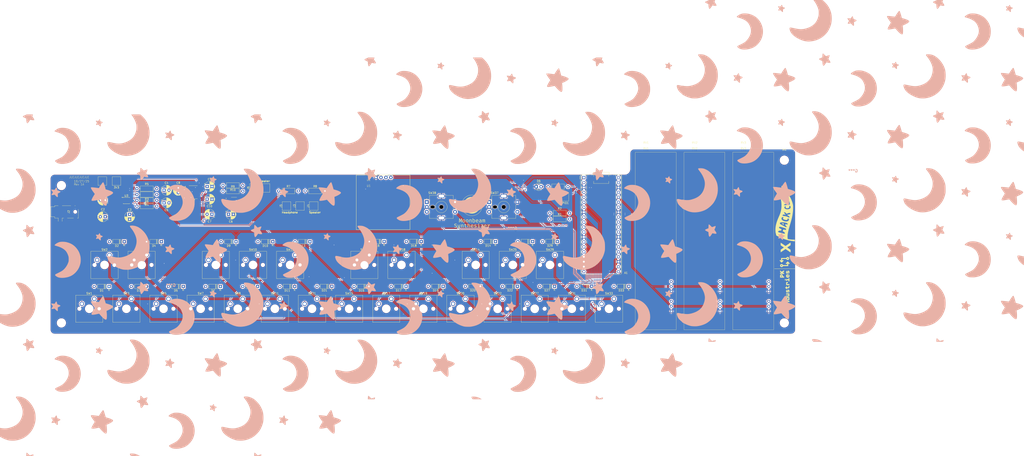
<source format=kicad_pcb>
(kicad_pcb (version 20241229) (generator "pcbnew") (generator_version "9.0")
  (layers (0 "F.Cu" signal) (2 "B.Cu" signal) (13 "F.Paste" user) (15 "B.Paste" user) (5 "F.SilkS" user "F.Silkscreen") (7 "B.SilkS" user "B.Silkscreen") (1 "F.Mask" user) (3 "B.Mask" user) (25 "Edge.Cuts" user))
  (net 0 "")
  (net 1 "Row4")
  (net 2 "RBut1")
  (net 3 "GND")
  (net 4 "Col2")
  (net 5 "Net-(A1-GPIO1)")
  (net 6 "Net-(A1-GPIO0)")
  (net 7 "1B")
  (net 8 "LRCK")
  (net 9 "Pot1")
  (net 10 "Row1")
  (net 11 "SCL")
  (net 12 "BCLK")
  (net 14 "DIN")
  (net 16 "1A")
  (net 17 "Col4")
  (net 18 "Row0")
  (net 19 "Row2")
  (net 20 "2A")
  (net 22 "Col1")
  (net 23 "+3V3")
  (net 24 "RBut2")
  (net 25 "Col3")
  (net 26 "Col0")
  (net 27 "2B")
  (net 29 "SDA")
  (net 30 "Pot2")
  (net 32 "Row3")
  (net 33 "Pot0")
  (net 34 "Net-(U3-VOUT1)")
  (net 35 "Net-(C1-Pad2)")
  (net 36 "Net-(U3-VOUT2)")
  (net 37 "Net-(C2-Pad2)")
  (net 38 "Net-(U3-BYPASS)")
  (net 39 "Net-(C4-Pad1)")
  (net 40 "Net-(U2-OUTL)")
  (net 41 "Net-(U2-OUTR)")
  (net 42 "Net-(C5-Pad1)")
  (net 43 "Net-(U4-+IN)")
  (net 44 "Net-(C7-Pad1)")
  (net 45 "Net-(U2-CAPP)")
  (net 46 "Net-(U2-CAPM)")
  (net 47 "Net-(U2-LDOO)")
  (net 48 "Net-(U2-VNEG)")
  (net 49 "Net-(D1-A)")
  (net 50 "Net-(D2-A)")
  (net 51 "Net-(D3-A)")
  (net 52 "Net-(D4-A)")
  (net 53 "Net-(D5-A)")
  (net 54 "Net-(D6-A)")
  (net 55 "Net-(D7-A)")
  (net 56 "Net-(D8-A)")
  (net 57 "Net-(D9-A)")
  (net 58 "Net-(D10-A)")
  (net 59 "Net-(D11-A)")
  (net 60 "Net-(D13-A)")
  (net 61 "Net-(D14-A)")
  (net 62 "Net-(D15-A)")
  (net 63 "Net-(D16-A)")
  (net 64 "Net-(D17-A)")
  (net 65 "Net-(D18-A)")
  (net 66 "Net-(D19-A)")
  (net 67 "Net-(D20-A)")
  (net 68 "Net-(D21-A)")
  (net 69 "Net-(D22-A)")
  (net 70 "Net-(D25-A)")
  (net 71 "Net-(D27-A)")
  (net 72 "Net-(D29-A)")
  (net 73 "Net-(D31-A)")
  (net 74 "Net-(D33-A)")
  (net 78 "Net-(J4-Pin_1)")
  (net 79 "Net-(J5-Pin_1)")
  (net 80 "Net-(J6-Pin_1)")
  (net 81 "Net-(J7-Pin_1)")
  (net 82 "Net-(U3-VIN1)")
  (net 83 "Net-(U3-VIN2)")
  (net 84 "Net-(U4--IN)")
  (footprint "Diode_THT:D_DO-35_SOD27_P7.62mm_Horizontal" (layer "F.Cu") (at 397.47 73.3 180)
    (property "Reference" "D1")
    (property "Value" "D")
  )
  (footprint "LOGO" (layer "F.Cu") (at 744.4 35.8 90)
    (property "Reference" "G***" (hide yes))
    (property "Value" "LOGO" (hide yes))
  )
  (footprint "My Footprint Library:Slide Pot" (layer "F.Cu") (at 717.5 4.5)
    (property "Reference" "RV3")
    (property "Value" "R_Potentiometer")
  )
  (footprint "Resistor_THT:R_Axial_DIN0207_L6.3mm_D2.5mm_P10.16mm_Horizontal" (layer "F.Cu") (at 484.44 24.3)
    (property "Reference" "R7")
    (property "Value" "100k")
  )
  (footprint "Diode_THT:D_DO-35_SOD27_P7.62mm_Horizontal" (layer "F.Cu") (at 587.97 73.24 180)
    (property "Reference" "D20")
    (property "Value" "D")
  )
  (footprint "TestPoint:TestPoint_Pad_4.0x4.0mm" (layer "F.Cu") (at 401.25 19.25 90)
    (property "Reference" "3V3")
    (property "Value" "Conn_01x01_Pin")
  )
  (footprint "Button_Switch_Keyboard:SW_Cherry_MX_1.00u_PCB" (layer "F.Cu") (at 485.1 79.66)
    (property "Reference" "SW11")
    (property "Value" "SW_Omron_B3FS")
  )
  (footprint "Diode_THT:D_DO-35_SOD27_P7.62mm_Horizontal" (layer "F.Cu") (at 595.78 50.25 180)
    (property "Reference" "D14")
    (property "Value" "D")
  )
  (footprint "Button_Switch_Keyboard:SW_Cherry_MX_1.00u_PCB" (layer "F.Cu") (at 466.05 79.66)
    (property "Reference" "SW8")
    (property "Value" "SW_Omron_B3FS")
  )
  (footprint "Capacitor_THT:CP_Radial_D5.0mm_P2.50mm" (layer "F.Cu") (at 425.69 23.9)
    (property "Reference" "C4")
    (property "Value" ".47u")
  )
  (footprint "TestPoint:TestPoint_Pad_4.0x4.0mm" (layer "F.Cu") (at 394 19.25 90)
    (property "Reference" "GND")
    (property "Value" "Conn_01x01_Pin")
  )
  (footprint "Resistor_THT:R_Axial_DIN0207_L6.3mm_D2.5mm_P10.16mm_Horizontal" (layer "F.Cu") (at 411.74 23.1)
    (property "Reference" "R5")
    (property "Value" "20k")
  )
  (footprint "LOGO" (layer "F.Cu") (at 744.3 71.1 90)
    (property "Reference" "G***" (hide yes))
    (property "Value" "LOGO" (hide yes))
  )
  (footprint "Diode_THT:D_DO-35_SOD27_P7.62mm_Horizontal" (layer "F.Cu") (at 664.17 73.24 180)
    (property "Reference" "D33")
    (property "Value" "D")
  )
  (footprint "Resistor_THT:R_Axial_DIN0207_L6.3mm_D2.5mm_P10.16mm_Horizontal" (layer "F.Cu") (at 498.1 24.3)
    (property "Reference" "R8")
    (property "Value" "100k")
  )
  (footprint "Diode_THT:D_DO-35_SOD27_P7.62mm_Horizontal" (layer "F.Cu") (at 568.92 73.24 180)
    (property "Reference" "D19")
    (property "Value" "D")
  )
  (footprint "Button_Switch_Keyboard:SW_Cherry_MX_1.00u_PCB" (layer "F.Cu") (at 408.9 79.66)
    (property "Reference" "SW3")
    (property "Value" "SW_Omron_B3FS")
  )
  (footprint "Diode_THT:D_DO-35_SOD27_P7.62mm_Horizontal" (layer "F.Cu") (at 627.53 50.25 180)
    (property "Reference" "D29")
    (property "Value" "D")
  )
  (footprint "Diode_THT:D_DO-35_SOD27_P7.62mm_Horizontal" (layer "F.Cu") (at 557.68 50.25 180)
    (property "Reference" "D18")
    (property "Value" "D")
  )
  (footprint "Package_SO:TSSOP-8_3x3mm_P0.65mm" (layer "F.Cu") (at 406.35 29.225)
    (property "Reference" "U3")
    (property "Value" "LM4810")
  )
  (footprint "Button_Switch_Keyboard:SW_Cherry_MX_1.00u_PCB" (layer "F.Cu") (at 599.4 79.66)
    (property "Reference" "SW22")
    (property "Value" "SW_Omron_B3FS")
  )
  (footprint "TestPoint:TestPoint_Pad_4.0x4.0mm" (layer "F.Cu") (at 495.5 32 90)
    (property "Reference" "J3")
    (property "Value" "Conn_01x01_Pin")
  )
  (footprint "Diode_THT:D_DO-35_SOD27_P7.62mm_Horizontal" (layer "F.Cu") (at 645.12 73.24 180)
    (property "Reference" "D31")
    (property "Value" "D")
  )
  (footprint "LED_THT:LED_D3.0mm" (layer "F.Cu") (at 616.66 22.1)
    (property "Reference" "D6")
    (property "Value" "LED")
  )
  (footprint "My Footprint Library:SOIC127P600X175-8N" (layer "F.Cu") (at 461.56 30)
    (property "Reference" "U4")
    (property "Value" "LM4861")
  )
  (footprint "Diode_THT:D_DO-35_SOD27_P7.62mm_Horizontal" (layer "F.Cu") (at 454.62 73.3 180)
    (property "Reference" "D7")
    (property "Value" "D")
  )
  (footprint "Package_SO:TSSOP-20_4.4x6.5mm_P0.65mm" (layer "F.Cu") (at 440.6375 24.925)
    (property "Reference" "U2")
    (property "Value" "PCM5100")
  )
  (footprint "Diode_THT:D_DO-35_SOD27_P7.62mm_Horizontal" (layer "F.Cu") (at 530.82 73.3 180)
    (property "Reference" "D15")
    (property "Value" "D")
  )
  (footprint "Capacitor_THT:CP_Radial_D5.0mm_P2.50mm" (layer "F.Cu") (at 447.794888 22)
    (property "Reference" "C9")
    (property "Value" ".1")
  )
  (footprint "Button_Switch_Keyboard:SW_Cherry_MX_1.00u_PCB" (layer "F.Cu") (at 454.81 57.17)
    (property "Reference" "SW9")
    (property "Value" "SW_Omron_B3FS")
  )
  (footprint "Capacitor_THT:CP_Radial_D5.0mm_P2.50mm" (layer "F.Cu") (at 433 22.694888 -90)
    (property "Reference" "C8")
    (property "Value" "2.2u")
  )
  (footprint "Capacitor_THT:CP_Radial_D5.0mm_P2.50mm" (layer "F.Cu") (at 458.75 36.25)
    (property "Reference" "C6")
    (property "Value" "1.0u")
  )
  (footprint "My Footprint Library:Slide Pot" (layer "F.Cu") (at 692.5 4.5)
    (property "Reference" "RV2")
    (property "Value" "R_Potentiometer")
  )
  (footprint "Button_Switch_Keyboard:SW_Cherry_MX_1.00u_PCB" (layer "F.Cu") (at 607.21 57.17)
    (property "Reference" "SW25")
    (property "Value" "SW_Omron_B3FS")
  )
  (footprint "Button_Switch_Keyboard:SW_Cherry_MX_1.00u_PCB" (layer "F.Cu") (at 427.95 79.66)
    (property "Reference" "SW5")
    (property "Value" "SW_Omron_B3FS")
  )
  (footprint "Button_Switch_Keyboard:SW_Cherry_MX_1.00u_PCB" (layer "F.Cu") (at 389.85 79.66)
    (property "Reference" "SW1")
    (property "Value" "SW_Omron_B3FS")
  )
  (footprint "Button_Switch_Keyboard:SW_Cherry_MX_1.00u_PCB" (layer "F.Cu") (at 656.55 79.66)
    (property "Reference" "SW33")
    (property "Value" "SW_Omron_B3FS")
  )
  (footprint "Capacitor_THT:CP_Radial_D5.0mm_P2.50mm" (layer "F.Cu") (at 425.69 30.4)
    (property "Reference" "C5")
    (property "Value" ".47u")
  )
  (footprint "Diode_THT:D_DO-35_SOD27_P7.62mm_Horizontal" (layer "F.Cu") (at 435.57 73.3 180)
    (property "Reference" "D5")
    (property "Value" "D")
  )
  (footprint "Button_Switch_Keyboard:SW_Cherry_MX_1.00u_PCB" (layer "F.Cu") (at 550.06 57.17)
    (property "Reference" "SW18")
    (property "Value" "SW_Omron_B3FS")
  )
  (footprint "Resistor_THT:R_Axial_DIN0207_L6.3mm_D2.5mm_P10.16mm_Horizontal" (layer "F.Cu") (at 466.08 21.4 180)
    (property "Reference" "R10")
    (property "Value" "20k")
  )
  (footprint "TestPoint:TestPoint_Pad_4.0x4.0mm" (layer "F.Cu") (at 502.5 32 90)
    (property "Reference" "J4")
    (property "Value" "Conn_01x01_Pin")
  )
  (footprint "Resistor_THT:R_Axial_DIN0207_L6.3mm_D2.5mm_P10.16mm_Horizontal" (layer "F.Cu") (at 455.92 24.4)
    (property "Reference" "R9")
    (property "Value" "20k")
  )
  (footprint "Button_Switch_Keyboard:SW_Cherry_MX_1.00u_PCB" (layer "F.Cu") (at 473.86 57.17)
    (property "Reference" "SW10")
    (property "Value" "SW_Omron_B3FS")
  )
  (footprint "Rotary_Encoder:RotaryEncoder_Alps_EC11E-Switch_Vertical_H20mm_MountingHoles" (layer "F.Cu") (at 560.5 30)
    (property "Reference" "SW38")
    (property "Value" "RotaryEncoder_Switch_MP")
  )
  (footprint "Diode_THT:D_DO-35_SOD27_P7.62mm_Horizontal" (layer "F.Cu") (at 614.83 50.25 180)
    (property "Reference" "D25")
    (property "Value" "D")
  )
  (footprint "Button_Switch_Keyboard:SW_Cherry_MX_1.00u_PCB" (layer "F.Cu") (at 504.16 79.66)
    (property "Reference" "SW21")
    (property "Value" "SW_Omron_B3FS")
  )
  (footprint "Resistor_THT:R_Axial_DIN0207_L6.3mm_D2.5mm_P10.16mm_Horizontal" (layer "F.Cu") (at 421.9 26.1 180)
    (property "Reference" "R3")
    (property "Value" "20k")
  )
  (footprint "Module:RaspberryPi_Pico_Common_THT" (layer "F.Cu") (at 641.11 17.42)
    (property "Reference" "A1")
    (property "Value" "RaspberryPi_Pico")
  )
  (footprint "MountingHole:MountingHole_4.3mm_M4" (layer "F.Cu") (at 744 8.5)
    (property "Reference" "H4")
    (property "Value" "MountingHole")
  )
  (footprint "Resistor_THT:R_Axial_DIN0207_L6.3mm_D2.5mm_P10.16mm_Horizontal" (layer "F.Cu") (at 411.74 32.1)
    (property "Reference" "R6")
    (property "Value" "20k")
  )
  (footprint "My Footprint Library:0.96 OLED I2C" (layer "F.Cu") (at 524.3 16.1)
    (property "Reference" "U1")
    (property "Value" "~")
  )
  (footprint "Button_Switch_Keyboard:SW_Cherry_MX_1.00u_PCB" (layer "F.Cu") (at 523.2 79.66)
    (property "Reference" "SW15")
    (property "Value" "SW_Omron_B3FS")
  )
  (footprint "Diode_THT:D_DO-35_SOD27_P7.62mm_Horizontal" (layer "F.Cu") (at 500.53 50.31 180)
    (property "Reference" "D13")
    (property "Value" "D")
  )
  (footprint "Rotary_Encoder:RotaryEncoder_Alps_EC11E-Switch_Vertical_H20mm_MountingHoles" (layer "F.Cu") (at 592.5 30)
    (property "Reference" "SW37")
    (property "Value" "RotaryEncoder_Switch_MP")
  )
  (footprint "Button_Switch_Keyboard:SW_Cherry_MX_1.00u_PCB" (layer "F.Cu") (at 637.5 79.66)
    (property "Reference" "SW31")
    (property "Value" "SW_Omron_B3FS")
  )
  (footprint "Diode_THT:D_DO-35_SOD27_P7.62mm_Horizontal" (layer "F.Cu") (at 538.63 50.25 180)
    (property "Reference" "D16")
    (property "Value" "D")
  )
  (footprint "Button_Switch_Keyboard:SW_Cherry_MX_1.00u_PCB" (layer "F.Cu") (at 416.71 57.17)
    (property "Reference" "SW4")
    (property "Value" "SW_Omron_B3FS")
  )
  (footprint "Diode_THT:D_DO-35_SOD27_P7.62mm_Horizontal" (layer "F.Cu") (at 492.72 73.3 180)
    (property "Reference" "D11")
    (property "Value" "D")
  )
  (footprint "TestPoint:TestPoint_Pad_4.0x4.0mm" (layer "F.Cu") (at 488.5 32 90)
    (property "Reference" "J5")
    (property "Value" "Conn_01x01_Pin")
  )
  (footprint "TestPoint:TestPoint_Pad_4.0x4.0mm" (layer "F.Cu") (at 471.75 22.75 90)
    (property "Reference" "J6")
    (property "Value" "Conn_01x01_Pin")
  )
  (footprint "Button_Switch_Keyboard:SW_Cherry_MX_1.00u_PCB" (layer "F.Cu") (at 561.3 79.66)
    (property "Reference" "SW19")
    (property "Value" "SW_Omron_B3FS")
  )
  (footprint "Diode_THT:D_DO-35_SOD27_P7.62mm_Horizontal" (layer "F.Cu") (at 626.07 73.24 180)
    (property "Reference" "D27")
    (property "Value" "D")
  )
  (footprint "MountingHole:MountingHole_4.3mm_M4" (layer "F.Cu") (at 373 92)
    (property "Reference" "H2" (hide yes))
    (property "Value" "MountingHole")
  )
  (footprint "Resistor_THT:R_Axial_DIN0207_L6.3mm_D2.5mm_P10.16mm_Horizontal" (layer "F.Cu") (at 632.96 22.1 180)
    (property "Reference" "R11")
    (property "Value" "1k")
  )
  (footprint "Button_Switch_Keyboard:SW_Cherry_MX_1.00u_PCB" (layer "F.Cu") (at 397.66 57.17)
    (property "Reference" "SW2")
    (property "Value" "SW_Omron_B3FS")
  )
  (footprint "Diode_THT:D_DO-35_SOD27_P7.62mm_Horizontal" (layer "F.Cu") (at 511.78 73.24 180)
    (property "Reference" "D21")
    (property "Value" "D")
  )
  (footprint "TestPoint:TestPoint_Pad_4.0x4.0mm" (layer "F.Cu") (at 631.175 27.25 90)
    (property "Reference" "GPIO1")
    (property "Value" "Conn_01x01_Pin")
  )
  (footprint "Capacitor_THT:CP_Radial_D5.0mm_P2.50mm" (layer "F.Cu") (at 450.25 36.25 180)
    (property "Reference" "C7")
    (property "Value" ".47u")
  )
  (footprint "Capacitor_THT:CP_Radial_D5.0mm_P2.50mm" (layer "F.Cu") (at 447.794888 28.5)
    (property "Reference" "C10")
    (property "Value" ".1")
  )
  (footprint "Diode_THT:D_DO-35_SOD27_P7.62mm_Horizontal" (layer "F.Cu") (at 405.28 50.31 180)
    (property "Reference" "D2")
    (property "Value" "D")
  )
  (footprint "Connector_Audio:Jack_3.5mm_PJ31060-I_Horizontal" (layer "F.Cu") (at 376.75 35 90)
    (property "Reference" "J2")
    (property "Value" "AudioJack4_SwitchTR1")
  )
  (footprint "LOGO" (layer "F.Cu") (at 583.75 35)
    (property "Reference" "G***" (hide yes))
    (property "Value" "LOGO" (hide yes))
  )
  (footprint "Resistor_THT:R_Axial_DIN0207_L6.3mm_D2.5mm_P10.16mm_Horizontal" (layer "F.Cu") (at 623.64 38.7)
    (property "Reference" "R1")
    (property "Value" "4.7k")
  )
  (footprint "Button_Switch_Keyboard:SW_Cherry_MX_1.00u_PCB" (layer "F.Cu") (at 618.45 79.66)
    (property "Reference" "SW27")
    (property "Value" "SW_Omron_B3FS")
  )
  (footprint "Resistor_THT:R_Axial_DIN0207_L6.3mm_D2.5mm_P10.16mm_Horizontal" (layer "F.Cu") (at 623.64 35.7)
    (property "Reference" "R2")
    (property "Value" "4.7k")
  )
  (footprint "Button_Switch_Keyboard:SW_Cherry_MX_1.00u_PCB" (layer "F.Cu") (at 588.16 57.17)
    (property "Reference" "SW14")
    (property "Value" "SW_Omron_B3FS")
  )
  (footprint "TestPoint:TestPoint_Pad_4.0x4.0mm" (layer "F.Cu") (at 477.8 22.75 90)
    (property "Reference" "J7")
    (property "Value" "Conn_01x01_Pin")
  )
  (footprint "Button_Switch_Keyboard:SW_Cherry_MX_1.00u_PCB" (layer "F.Cu") (at 492.91 57.17)
    (property "Reference" "SW13")
    (property "Value" "SW_Omron_B3FS")
  )
  (footprint "Diode_THT:D_DO-35_SOD27_P7.62mm_Horizontal" (layer "F.Cu") (at 607.02 73.24 180)
    (property "Reference" "D22")
    (property "Value" "D")
  )
  (footprint "Button_Switch_Keyboard:SW_Cherry_MX_1.00u_PCB" (layer "F.Cu") (at 447 79.66)
    (property "Reference" "SW7")
    (property "Value" "SW_Omron_B3FS")
  )
  (footprint "Diode_THT:D_DO-35_SOD27_P7.62mm_Horizontal" (layer "F.Cu") (at 424.33 50.31 180)
    (property "Reference" "D4")
    (property "Value" "D")
  )
  (footprint "Diode_THT:D_DO-35_SOD27_P7.62mm_Horizontal" (layer "F.Cu") (at 416.52 73.3 180)
    (property "Reference" "D3")
    (property "Value" "D")
  )
  (footprint "Capacitor_THT:CP_Radial_D5.0mm_P2.50mm" (layer "F.Cu") (at 395.5 29 180)
    (property "Reference" "C1")
    (property "Value" "100u")
  )
  (footprint "Diode_THT:D_DO-35_SOD27_P7.62mm_Horizontal" (layer "F.Cu") (at 473.67 73.3 180)
    (property "Reference" "D8")
    (property "Value" "D")
  )
  (footprint "MountingHole:MountingHole_4.3mm_M4" (layer "F.Cu") (at 744 92)
    (property "Reference" "H3" (hide yes))
    (property "Value" "MountingHole")
  )
  (footprint "Capacitor_THT:CP_Radial_D5.0mm_P2.50mm" (layer "F.Cu") (at 395.5 37.5 180)
    (property "Reference" "C2")
    (property "Value" "100u")
  )
  (footprint "Capacitor_THT:CP_Radial_D5.0mm_P2.50mm" (layer "F.Cu") (at 408 36.294888 -90)
    (property "Reference" "C3")
    (property "Value" "4.7u")
  )
  (footprint "MountingHole:MountingHole_4.3mm_M4" (layer "F.Cu") (at 373 21.5)
    (property "Reference" "H1" (hide yes))
    (property "Value" "MountingHole")
  )
  (footprint "Diode_THT:D_DO-35_SOD27_P7.62mm_Horizontal" (layer "F.Cu") (at 462.61 50.31 180)
    (property "Reference" "D9")
    (property "Value" "D")
  )
  (footprint "Diode_THT:D_DO-35_SOD27_P7.62mm_Horizontal" (layer "F.Cu") (at 481.48 50.31 180)
    (property "Reference" "D10")
    (property "Value" "D")
  )
  (footprint "Button_Switch_Keyboard:SW_Cherry_MX_1.00u_PCB" (layer "F.Cu") (at 542.25 79.66)
    (property "Reference" "SW17")
    (property "Value" "SW_Omron_B3FS")
  )
  (footprint "My Footprint Library:Slide Pot" (layer "F.Cu") (at 667.5 4.5)
    (property "Reference" "RV1")
    (property "Value" "R_Potentiometer")
  )
  (footprint "Diode_THT:D_DO-35_SOD27_P7.62mm_Horizontal" (layer "F.Cu") (at 549.87 73.24 180)
    (property "Reference" "D17")
    (property "Value" "D")
  )
  (footprint "Button_Switch_Keyboard:SW_Cherry_MX_1.00u_PCB" (layer "F.Cu") (at 531.01 57.17)
    (property "Reference" "SW16")
    (property "Value" "SW_Omron_B3FS")
  )
  (footprint "Resistor_THT:R_Axial_DIN0207_L6.3mm_D2.5mm_P10.16mm_Horizontal" (layer "F.Cu") (at 421.9 29.1 180)
    (property "Reference" "R4")
    (property "Value" "20k")
  )
  (footprint "Button_Switch_Keyboard:SW_Cherry_MX_1.00u_PCB" (layer "F.Cu") (at 580.35 79.66)
    (property "Reference" "SW20")
    (property "Value" "SW_Omron_B3FS")
  )
  (footprint "Button_Switch_Keyboard:SW_Cherry_MX_1.00u_PCB" (layer "F.Cu") (at 626.26 57.17)
    (property "Reference" "SW29")
    (property "Value" "SW_Omron_B3FS")
  )
  (footprint "LOGO" (layer "B.Cu") (at 429.2 72.7 180)
    (property "Reference" "G***")
    (property "Value" "LOGO" (hide yes))
  )
  (footprint "LOGO" (layer "B.Cu") (at 779.3 14 180)
    (property "Reference" "G***")
    (property "Value" "LOGO" (hide yes))
  )
  (footprint "LOGO" (layer "B.Cu") (at 604.5 43.5 180)
    (property "Reference" "G***")
    (property "Value" "LOGO" (hide yes))
  )
  (gr_arc (start 367 18) (mid 367.732233 16.232233) (end 369.5 15.5) (stroke (width 0.05)) (layer "Edge.Cuts"))
  (gr_arc (start 664.5 5) (mid 665.232233 3.232233) (end 667 2.5) (stroke (width 0.05)) (layer "Edge.Cuts"))
  (gr_arc (start 369.5 98) (mid 367.732233 97.267767) (end 367 95.5) (stroke (width 0.05)) (layer "Edge.Cuts"))
  (gr_line (start 664.5 5) (end 664.5 13) (stroke (width 0.05)) (layer "Edge.Cuts"))
  (gr_arc (start 750 95.5) (mid 749.267767 97.267767) (end 747.5 98) (stroke (width 0.05)) (layer "Edge.Cuts"))
  (gr_line (start 750 95.5) (end 750 5) (stroke (width 0.05)) (layer "Edge.Cuts"))
  (gr_line (start 747.5 2.5) (end 667 2.5) (stroke (width 0.05)) (layer "Edge.Cuts"))
  (gr_line (start 367 18) (end 367 95.5) (stroke (width 0.05)) (layer "Edge.Cuts"))
  (gr_arc (start 747.5 2.5) (mid 749.267767 3.232233) (end 750 5) (stroke (width 0.05)) (layer "Edge.Cuts"))
  (gr_line (start 662 15.5) (end 369.5 15.5) (stroke (width 0.05)) (layer "Edge.Cuts"))
  (gr_arc (start 664.5 13) (mid 663.767767 14.767767) (end 662 15.5) (stroke (width 0.05)) (layer "Edge.Cuts"))
  (gr_line (start 747.5 98) (end 369.5 98) (stroke (width 0.05)) (layer "Edge.Cuts"))
  (gr_text "Headphone\n" (at 486 35.9 0) (layer "F.SilkS") (effects (font (size 1 1) (thickness 0.2) (bold yes)) (justify left bottom)))
  (gr_text "X" (at 748.067267 56 90) (layer "F.SilkS") (effects (font (size 5 5) (thickness 1) (bold yes)) (justify left bottom)))
  (gr_text "Speaker\n" (at 473.95 19.8 0) (layer "F.SilkS") (effects (font (size 1 1) (thickness 0.2) (bold yes)) (justify left bottom)))
  (gr_text "JLCJLCJLCJLC\n" (at 376.9 17.8 0) (layer "F.SilkS") (effects (font (size 1 1) (thickness 0.1)) (justify left bottom)))
  (gr_text "10/27/25\nRev 1A\n" (at 379.4 21.5 0) (layer "F.SilkS") (effects (font (size 1 1) (thickness 0.1)) (justify left bottom)))
  (gr_text "Speaker\n" (at 500 35.9 0) (layer "F.SilkS") (effects (font (size 1 1) (thickness 0.2) (bold yes)) (justify left bottom)))
  (segment (start 656.55 79.66) (end 656.55 87.45) (width 0.2) (layer "F.Cu") (net 1))
  (segment (start 656.55 87.45) (end 654.5 89.5) (width 0.2) (layer "F.Cu") (net 1))
  (segment (start 646.6 70) (end 646.6 76.6) (width 0.2) (layer "F.Cu") (net 1))
  (segment (start 646.6 76.6) (end 643.9 79.3) (width 0.2) (layer "F.Cu") (net 1))
  (segment (start 654.5 89.5) (end 650.1 89.5) (width 0.2) (layer "F.Cu") (net 1))
  (segment (start 643.9 79.3) (end 643.54 79.66) (width 0.2) (layer "F.Cu") (net 1))
  (segment (start 643.9 83.3) (end 643.9 79.3) (width 0.2) (layer "F.Cu") (net 1))
  (segment (start 650.1 89.5) (end 643.9 83.3) (width 0.2) (layer "F.Cu") (net 1))
  (segment (start 643.54 79.66) (end 637.5 79.66) (width 0.2) (layer "F.Cu") (net 1))
  (via (at 646.6 70) (size 0.6) (drill 0.3) (layers "F.Cu" "B.Cu") (net 1))
  (segment (start 626.26 68.42) (end 626.26 57.17) (width 0.2) (layer "B.Cu") (net 1))
  (segment (start 641.11 42.82) (end 646.6 48.31) (width 0.2) (layer "B.Cu") (net 1))
  (segment (start 646.6 48.31) (end 646.6 70) (width 0.2) (layer "B.Cu") (net 1))
  (segment (start 607.21 68.42) (end 607.21 57.17) (width 0.2) (layer "B.Cu") (net 1))
  (segment (start 618.45 79.66) (end 637.5 79.66) (width 0.2) (layer "B.Cu") (net 1))
  (segment (start 637.5 79.66) (end 626.26 68.42) (width 0.2) (layer "B.Cu") (net 1))
  (segment (start 637.5 79.66) (end 656.55 79.66) (width 0.2) (layer "B.Cu") (net 1))
  (segment (start 618.45 79.66) (end 607.21 68.42) (width 0.2) (layer "B.Cu") (net 1))
  (segment (start 637.9471 65.68) (end 641.11 65.68) (width 0.2) (layer "F.Cu") (net 2))
  (segment (start 636.151 63.8839) (end 637.9471 65.68) (width 0.2) (layer "F.Cu") (net 2))
  (segment (start 632.7671 42) (end 636.151 45.3839) (width 0.2) (layer "F.Cu") (net 2))
  (segment (start 632 42) (end 632.7671 42) (width 0.2) (layer "F.Cu") (net 2))
  (segment (start 636.151 45.3839) (end 636.151 63.8839) (width 0.2) (layer "F.Cu") (net 2))
  (via (at 632 42) (size 0.6) (drill 0.3) (layers "F.Cu" "B.Cu") (net 2))
  (segment (start 607 35) (end 613.25 41.25) (width 0.2) (layer "B.Cu") (net 2))
  (segment (start 613.25 41.25) (end 629 41.25) (width 0.2) (layer "B.Cu") (net 2))
  (segment (start 629 41.25) (end 629.75 42) (width 0.2) (layer "B.Cu") (net 2))
  (segment (start 629.75 42) (end 632 42) (width 0.2) (layer "B.Cu") (net 2))
  (segment (start 436.8 27.2) (end 436.1 27.9) (width 0.2) (layer "F.Cu") (net 3))
  (segment (start 443.5 24.6) (end 444.8329 24.6) (width 0.2) (layer "F.Cu") (net 3))
  (segment (start 437.775 27.2) (end 436.8 27.2) (width 0.2) (layer "F.Cu") (net 3))
  (segment (start 444.8 28) (end 444.8 28.6) (width 0.2) (layer "F.Cu") (net 3))
  (segment (start 437.775 27.2) (end 437.775 27.85) (width 0.2) (layer "F.Cu") (net 3))
  (segment (start 439.1 27.2) (end 439.5 27.6) (width 0.2) (layer "F.Cu") (net 3))
  (segment (start 444.8 28.6) (end 444.5 28.9) (width 0.2) (layer "F.Cu") (net 3))
  (segment (start 437.775 23.3) (end 436.4 23.3) (width 0.2) (layer "F.Cu") (net 3))
  (segment (start 438.7 23.3) (end 437.775 23.3) (width 0.2) (layer "F.Cu") (net 3))
  (segment (start 437.775 27.2) (end 439.1 27.2) (width 0.2) (layer "F.Cu") (net 3))
  (segment (start 436.4 23.3) (end 436.1 23.6) (width 0.2) (layer "F.Cu") (net 3))
  (segment (start 441.95 22.65) (end 443.5 22.65) (width 0.2) (layer "F.Cu") (net 3))
  (segment (start 440.1 24.7) (end 438.7 23.3) (width 0.2) (layer "F.Cu") (net 3))
  (segment (start 441.8 22.5) (end 441.95 22.65) (width 0.2) (layer "F.Cu") (net 3))
  (segment (start 443.5 22.65) (end 444.85 22.65) (width 0.2) (layer "F.Cu") (net 3))
  (segment (start 444.65 27.85) (end 444.8 28) (width 0.2) (layer "F.Cu") (net 3))
  (segment (start 443.4 24.7) (end 443.5 24.6) (width 0.2) (layer "F.Cu") (net 3))
  (segment (start 443.5 27.85) (end 444.65 27.85) (width 0.2) (layer "F.Cu") (net 3))
  (segment (start 444.8329 24.6) (end 445.5329 23.9) (width 0.2) (layer "F.Cu") (net 3))
  (segment (start 440.1 24.7) (end 443.4 24.7) (width 0.2) (layer "F.Cu") (net 3))
  (segment (start 444.85 22.65) (end 445.5 22) (width 0.2) (layer "F.Cu") (net 3))
  (segment (start 445.5329 23.9) (end 446 23.9) (width 0.2) (layer "F.Cu") (net 3))
  (via (at 440.1 24.7) (size 0.6) (drill 0.3) (layers "F.Cu" "B.Cu") (net 3))
  (via (at 408 24) (size 0.6) (drill 0.3) (layers "F.Cu" "B.Cu") (net 3))
  (via (at 529.1 23.3) (size 0.6) (drill 0.3) (layers "F.Cu" "B.Cu") (net 3))
  (via (at 512.91 52.01) (size 0.6) (drill 0.3) (layers "F.Cu" "B.Cu") (net 3))
  (via (at 436.1 27.9) (size 0.6) (drill 0.3) (layers "F.Cu" "B.Cu") (net 3))
  (via (at 439.5 27.6) (size 0.6) (drill 0.3) (layers "F.Cu" "B.Cu") (net 3))
  (via (at 638.95 23.5) (size 0.6) (drill 0.3) (layers "F.Cu" "B.Cu") (net 3))
  (via (at 586.5 88.25) (size 0.6) (drill 0.3) (layers "F.Cu" "B.Cu") (net 3))
  (via (at 563.25 66.5) (size 0.6) (drill 0.3) (layers "F.Cu" "B.Cu") (net 3))
  (via (at 548.4 21.5) (size 0.6) (drill 0.3) (layers "F.Cu" "B.Cu") (net 3))
  (via (at 574.91 59.76) (size 0.6) (drill 0.3) (layers "F.Cu" "B.Cu") (net 3))
  (via (at 454.6 70.6) (size 0.6) (drill 0.3) (layers "F.Cu" "B.Cu") (net 3))
  (via (at 444.5 28.9) (size 0.6) (drill 0.3) (layers "F.Cu" "B.Cu") (net 3))
  (via (at 425.75 61.5) (size 0.6) (drill 0.3) (layers "F.Cu" "B.Cu") (net 3))
  (via (at 417.25 82.25) (size 0.6) (drill 0.3) (layers "F.Cu" "B.Cu") (net 3))
  (via (at 441.8 22.5) (size 0.6) (drill 0.3) (layers "F.Cu" "B.Cu") (net 3))
  (via (at 462.7 29.2) (size 0.6) (drill 0.3) (layers "F.Cu" "B.Cu") (net 3))
  (via (at 500.1 68.3) (size 0.6) (drill 0.3) (layers "F.Cu" "B.Cu") (net 3))
  (via (at 610.2 18.8) (size 0.6) (drill 0.3) (layers "F.Cu" "B.Cu") (net 3))
  (via (at 637.3 25.45) (size 0.6) (drill 0.3) (layers "F.Cu" "B.Cu") (net 3))
  (via (at 446 23.9) (size 0.6) (drill 0.3) (layers "F.Cu" "B.Cu") (net 3))
  (via (at 462.41 59.76) (size 0.6) (drill 0.3) (layers "F.Cu" "B.Cu") (net 3))
  (via (at 543.66 52.01) (size 0.6) (drill 0.3) (layers "F.Cu" "B.Cu") (net 3))
  (via (at 443.7 20.2) (size 0.6) (drill 0.3) (layers "F.Cu" "B.Cu") (net 3))
  (via (at 408 23) (size 0.6) (drill 0.3) (layers "F.Cu" "B.Cu") (net 3))
  (via (at 608.25 82.25) (size 0.6) (drill 0.3) (layers "F.Cu" "B.Cu") (net 3))
  (via (at 656.55 35.75) (size 0.6) (drill 0.3) (layers "F.Cu" "B.Cu") (net 3))
  (via (at 662.25 35.75) (size 0.6) (drill 0.3) (layers "F.Cu" "B.Cu") (net 3))
  (via (at 445.5 22) (size 0.6) (drill 0.3) (layers "F.Cu" "B.Cu") (net 3))
  (via (at 588.75 82.25) (size 0.6) (drill 0.3) (layers "F.Cu" "B.Cu") (net 3))
  (via (at 550.5 82.25) (size 0.6) (drill 0.3) (layers "F.Cu" "B.Cu") (net 3))
  (via (at 563.16 52.01) (size 0.6) (drill 0.3) (layers "F.Cu" "B.Cu") (net 3))
  (via (at 436.1 23.6) (size 0.6) (drill 0.3) (layers "F.Cu" "B.Cu") (net 3))
  (via (at 643.95 22.55) (size 0.6) (drill 0.3) (layers "F.Cu" "B.Cu") (net 3))
  (via (at 608.1 21.3) (size 0.6) (drill 0.3) (layers "F.Cu" "B.Cu") (net 3))
  (via (at 588.75 71.25) (size 0.6) (drill 0.3) (layers "F.Cu" "B.Cu") (net 3))
  (via (at 662.25 36.5) (size 0.6) (drill 0.3) (layers "F.Cu" "B.Cu") (net 3))
  (via (at 615 71.25) (size 0.6) (drill 0.3) (layers "F.Cu" "B.Cu") (net 3))
  (via (at 656.55 36.5) (size 0.6) (drill 0.3) (layers "F.Cu" "B.Cu") (net 3))
  (via (at 645 22.55) (size 0.6) (drill 0.3) (layers "F.Cu" "B.Cu") (net 3))
  (via (at 474.5 82.25) (size 0.6) (drill 0.3) (layers "F.Cu" "B.Cu") (net 3))
  (via (at 548.5 87.5) (size 0.6) (drill 0.3) (layers "F.Cu" "B.Cu") (net 3))
  (via (at 654.25 65.3) (size 0.6) (drill 0.3) (layers "F.Cu" "B.Cu") (net 3))
  (via (at 638.5 64.5) (size 0.6) (drill 0.3) (layers "F.Cu" "B.Cu") (net 3))
  (via (at 518.25 68.75) (size 0.6) (drill 0.3) (layers "F.Cu" "B.Cu") (net 3))
  (segment (start 557.68 64.74) (end 557.68 50.25) (width 0.2) (layer "F.Cu") (net 4))
  (segment (start 643.307937 69.656) (end 644.199997 70.54806) (width 0.2) (layer "F.Cu") (net 4))
  (segment (start 644.199997 70.54806) (end 644.199997 70.598) (width 0.2) (layer "F.Cu") (net 4))
  (segment (start 557.66 64.76) (end 557.68 64.74) (width 0.2) (layer "F.Cu") (net 4))
  (segment (start 627.62 50.34) (end 633.344 56.064) (width 0.2) (layer "F.Cu") (net 4))
  (segment (start 420.8 73.3) (end 423.6 70.5) (width 0.2) (layer "F.Cu") (net 4))
  (segment (start 416.52 73.3) (end 420.8 73.3) (width 0.2) (layer "F.Cu") (net 4))
  (segment (start 633.344 56.064) (end 633.344 65.0466) (width 0.2) (layer "F.Cu") (net 4))
  (segment (start 633.344 65.0466) (end 637.9534 69.656) (width 0.2) (layer "F.Cu") (net 4))
  (segment (start 637.9534 69.656) (end 643.307937 69.656) (width 0.2) (layer "F.Cu") (net 4))
  (via (at 557.66 64.76) (size 0.6) (drill 0.3) (layers "F.Cu" "B.Cu") (net 4))
  (via (at 423.6 70.5) (size 0.6) (drill 0.3) (layers "F.Cu" "B.Cu") (net 4))
  (via (at 644.199997 70.598) (size 0.6) (drill 0.3) (layers "F.Cu" "B.Cu") (net 4))
  (segment (start 627.53 50.25) (end 627.53 47.53) (width 0.2) (layer "B.Cu") (net 4))
  (segment (start 460.5 45.1) (end 462.61 47.21) (width 0.2) (layer "B.Cu") (net 4))
  (segment (start 561.08 43.75) (end 557.68 47.15) (width 0.2) (layer "B.Cu") (net 4))
  (segment (start 462.61 47.19) (end 462.61 47.21) (width 0.2) (layer "B.Cu") (net 4))
  (segment (start 449 45.1) (end 460.5 45.1) (width 0.2) (layer "B.Cu") (net 4))
  (segment (start 644.199997 70.598) (end 644.2 70.597997) (width 0.2) (layer "B.Cu") (net 4))
  (segment (start 644.2 56.07) (end 641.11 52.98) (width 0.2) (layer "B.Cu") (net 4))
  (segment (start 423.6 70.5) (end 449 45.1) (width 0.2) (layer "B.Cu") (net 4))
  (segment (start 627.53 47.53) (end 623.75 43.75) (width 0.2) (layer "B.Cu") (net 4))
  (segment (start 460.5 45.1) (end 555.63 45.1) (width 0.2) (layer "B.Cu") (net 4))
  (segment (start 462.61 47.21) (end 462.61 50.31) (width 0.2) (layer "B.Cu") (net 4))
  (segment (start 555.63 45.1) (end 557.68 47.15) (width 0.2) (layer "B.Cu") (net 4))
  (segment (start 644.2 70.597997) (end 644.2 56.07) (width 0.2) (layer "B.Cu") (net 4))
  (segment (start 549.87 73.24) (end 549.87 72.55) (width 0.2) (layer "B.Cu") (net 4))
  (segment (start 557.68 47.15) (end 557.68 50.25) (width 0.2) (layer "B.Cu") (net 4))
  (segment (start 464.7 45.1) (end 462.61 47.19) (width 0.2) (layer "B.Cu") (net 4))
  (segment (start 623.75 43.75) (end 561.08 43.75) (width 0.2) (layer "B.Cu") (net 4))
  (segment (start 627.53 50.25) (end 628.2 49.58) (width 0.2) (layer "B.Cu") (net 4))
  (segment (start 549.87 72.55) (end 557.75 64.67) (width 0.2) (layer "B.Cu") (net 4))
  (segment (start 633.82 27.25) (end 631.175 27.25) (width 0.2) (layer "F.Cu") (net 5))
  (segment (start 641.11 19.96) (end 633.82 27.25) (width 0.2) (layer "F.Cu") (net 5))
  (segment (start 636.43 22.1) (end 641.11 17.42) (width 0.2) (layer "F.Cu") (net 6))
  (segment (start 632.96 22.1) (end 636.43 22.1) (width 0.2) (layer "F.Cu") (net 6))
  (segment (start 659.3661 67.401) (end 653.1832 67.401) (width 0.2) (layer "F.Cu") (net 7))
  (segment (start 652.5322 68.052) (end 638.6178 68.052) (width 0.2) (layer "F.Cu") (net 7))
  (segment (start 658.89 52.98) (end 662.2 56.29) (width 0.2) (layer "F.Cu") (net 7))
  (segment (start 638.6178 68.052) (end 634.948 64.3822) (width 0.2) (layer "F.Cu") (net 7))
  (segment (start 621.4678 43.602) (end 621.4658 43.6) (width 0.2) (layer "F.Cu") (net 7))
  (segment (start 632.6678 43.602) (end 621.4678 43.602) (width 0.2) (layer "F.Cu") (net 7))
  (segment (start 662.2 64.5671) (end 659.3661 67.401) (width 0.2) (layer "F.Cu") (net 7))
  (segment (start 653.1832 67.401) (end 652.5322 68.052) (width 0.2) (layer "F.Cu") (net 7))
  (segment (start 662.2 56.29) (end 662.2 64.5671) (width 0.2) (layer "F.Cu") (net 7))
  (segment (start 601.1 43.6) (end 592.5 35) (width 0.2) (layer "F.Cu") (net 7))
  (segment (start 621.4658 43.6) (end 601.1 43.6) (width 0.2) (layer "F.Cu") (net 7))
  (segment (start 634.948 45.8822) (end 632.6678 43.602) (width 0.2) (layer "F.Cu") (net 7))
  (segment (start 634.948 64.3822) (end 634.948 45.8822) (width 0.2) (layer "F.Cu") (net 7))
  (segment (start 448.6 40.9) (end 446.8 39.1) (width 0.2) (layer "F.Cu") (net 8))
  (segment (start 610.475735 22.324265) (end 610.45147 22.3) (width 0.2) (layer "F.Cu") (net 8))
  (segment (start 610.45147 22.3) (end 609.4 22.3) (width 0.2) (layer "F.Cu") (net 8))
  (segment (start 516.5329 40.9) (end 448.6 40.9) (width 0.2) (layer "F.Cu") (net 8))
  (segment (start 609.4 22.3) (end 609.101 22.599) (width 0.2) (layer "F.Cu") (net 8))
  (segment (start 445.2 24.8) (end 444.75 25.25) (width 0.2) (layer "F.Cu") (net 8))
  (segment (start 444.75 25.25) (end 443.5 25.25) (width 0.2) (layer "F.Cu") (net 8))
  (segment (start 609.101 22.599) (end 534.8339 22.599) (width 0.2) (layer "F.Cu") (net 8))
  (segment (start 534.8339 22.599) (end 516.5329 40.9) (width 0.2) (layer "F.Cu") (net 8))
  (segment (start 446.8 39.1) (end 446.8 38.7) (width 0.2) (layer "F.Cu") (net 8))
  (segment (start 447 24.8) (end 445.2 24.8) (width 0.2) (layer "F.Cu") (net 8))
  (via (at 610.475735 22.324265) (size 0.6) (drill 0.3) (layers "F.Cu" "B.Cu") (net 8))
  (via (at 447 24.8) (size 0.6) (drill 0.3) (layers "F.Cu" "B.Cu") (net 8))
  (via (at 446.8 38.7) (size 0.6) (drill 0.3) (layers "F.Cu" "B.Cu") (net 8))
  (segment (start 614.9681 17.199) (end 630.729 17.199) (width 0.2) (layer "B.Cu") (net 8))
  (segment (start 610.475735 21.691365) (end 614.9681 17.199) (width 0.2) (layer "B.Cu") (net 8))
  (segment (start 446 37.9) (end 446.8 38.7) (width 0.2) (layer "B.Cu") (net 8))
  (segment (start 446 26.6) (end 446 37.9) (width 0.2) (layer "B.Cu") (net 8))
  (segment (start 630.729 17.199) (end 641.11 27.58) (width 0.2) (layer "B.Cu") (net 8))
  (segment (start 447 24.8) (end 447 25.6) (width 0.2) (layer "B.Cu") (net 8))
  (segment (start 447 25.6) (end 446 26.6) (width 0.2) (layer "B.Cu") (net 8))
  (segment (start 610.475735 22.324265) (end 610.475735 21.691365) (width 0.2) (layer "B.Cu") (net 8))
  (segment (start 711 80.4) (end 668.34 37.74) (width 0.2) (layer "F.Cu") (net 9))
  (segment (start 711 80.92) (end 711 80.4) (width 0.2) (layer "F.Cu") (net 9))
  (segment (start 668.34 37.74) (end 658.89 37.74) (width 0.2) (layer "F.Cu") (net 9))
  (segment (start 648.601 80.5661) (end 648.601 71.399) (width 0.2) (layer "F.Cu") (net 10))
  (segment (start 646.701 82.748943) (end 646.701 82.4661) (width 0.2) (layer "F.Cu") (net 10))
  (segment (start 646.7 83.3) (end 646.7 82.749943) (width 0.2) (layer "F.Cu") (net 10))
  (segment (start 649.000003 70.999997) (end 649.000003 70) (width 0.2) (layer "F.Cu") (net 10))
  (segment (start 646.701 82.4661) (end 648.601 80.5661) (width 0.2) (layer "F.Cu") (net 10))
  (segment (start 648.601 71.399) (end 649.000003 70.999997) (width 0.2) (layer "F.Cu") (net 10))
  (segment (start 646.7 82.749943) (end 646.701 82.748943) (width 0.2) (layer "F.Cu") (net 10))
  (via (at 649.000003 70) (size 0.6) (drill 0.3) (layers "F.Cu" "B.Cu") (net 10))
  (via (at 646.7 83.3) (size 0.6) (drill 0.3) (layers "F.Cu" "B.Cu") (net 10))
  (segment (start 641.11 32.66) (end 649.000003 40.550003) (width 0.2) (layer "B.Cu") (net 10))
  (segment (start 476.19 89.8) (end 495.2 89.8) (width 0.2) (layer "B.Cu") (net 10))
  (segment (start 495.2 89.8) (end 495.22 89.78) (width 0.2) (layer "B.Cu") (net 10))
  (segment (start 466.05 79.66) (end 454.81 68.42) (width 0.2) (layer "B.Cu") (net 10))
  (segment (start 649.000003 40.550003) (end 649.000003 70) (width 0.2) (layer "B.Cu") (net 10))
  (segment (start 495.242 89.802) (end 495.22 89.78) (width 0.2) (layer "B.Cu") (net 10))
  (segment (start 646.7 83.3) (end 645.802 84.198) (width 0.2) (layer "B.Cu") (net 10))
  (segment (start 454.81 68.42) (end 454.81 57.17) (width 0.2) (layer "B.Cu") (net 10))
  (segment (start 466.05 79.66) (end 485.1 79.66) (width 0.2) (layer "B.Cu") (net 10))
  (segment (start 473.86 68.42) (end 473.86 57.17) (width 0.2) (layer "B.Cu") (net 10))
  (segment (start 495.22 89.78) (end 485.1 79.66) (width 0.2) (layer "B.Cu") (net 10))
  (segment (start 485.1 79.66) (end 473.86 68.42) (width 0.2) (layer "B.Cu") (net 10))
  (segment (start 447 79.66) (end 466.05 79.66) (width 0.2) (layer "B.Cu") (net 10))
  (segment (start 466.05 79.66) (end 476.19 89.8) (width 0.2) (layer "B.Cu") (net 10))
  (segment (start 642.1322 89.802) (end 495.242 89.802) (width 0.2) (layer "B.Cu") (net 10))
  (segment (start 645.802 86.1322) (end 642.1322 89.802) (width 0.2) (layer "B.Cu") (net 10))
  (segment (start 645.802 84.198) (end 645.802 86.1322) (width 0.2) (layer "B.Cu") (net 10))
  (segment (start 633.05 34.95) (end 632.1 34) (width 0.2) (layer "B.Cu") (net 11))
  (segment (start 623.7671 29.8) (end 614.6671 29.8) (width 0.2) (layer "B.Cu") (net 11))
  (segment (start 632.1 34) (end 627.9671 34) (width 0.2) (layer "B.Cu") (net 11))
  (segment (start 633.05 34.95) (end 633.8 35.7) (width 0.2) (layer "B.Cu") (net 11))
  (segment (start 627.9671 34) (end 623.7671 29.8) (width 0.2) (layer "B.Cu") (net 11))
  (segment (start 650.431 71.599) (end 641.6661 71.599) (width 0.2) (layer "B.Cu") (net 11))
  (segment (start 636.601 66.5339) (end 636.601 38.001) (width 0.2) (layer "B.Cu") (net 11))
  (segment (start 633.8 35.7) (end 634.5 36.4) (width 0.2) (layer "B.Cu") (net 11))
  (segment (start 614.6671 29.8) (end 601.8361 16.969) (width 0.2) (layer "B.Cu") (net 11))
  (segment (start 544.069 16.969) (end 543.269 16.169) (width 0.2) (layer "B.Cu") (net 11))
  (segment (start 641.6661 71.599) (end 636.601 66.5339) (width 0.2) (layer "B.Cu") (net 11))
  (segment (start 658.89 63.14) (end 650.431 71.599) (width 0.2) (layer "B.Cu") (net 11))
  (segment (start 601.8361 16.969) (end 544.069 16.969) (width 0.2) (layer "B.Cu") (net 11))
  (segment (start 636.601 38.001) (end 635.599 36.999) (width 0.2) (layer "B.Cu") (net 11))
  (segment (start 543.269 16.169) (end 540.741 16.169) (width 0.2) (layer "B.Cu") (net 11))
  (segment (start 634.5 36.4) (end 633.05 34.95) (width 0.2) (layer "B.Cu") (net 11))
  (segment (start 635.099 36.999) (end 634.5 36.4) (width 0.2) (layer "B.Cu") (net 11))
  (segment (start 540.741 16.169) (end 539.54 17.37) (width 0.2) (layer "B.Cu") (net 11))
  (segment (start 635.599 36.999) (end 635.099 36.999) (width 0.2) (layer "B.Cu") (net 11))
  (segment (start 535 23) (end 516.699 41.301) (width 0.2) (layer "F.Cu") (net 12))
  (segment (start 447.301 41.301) (end 446.05 40.05) (width 0.2) (layer "F.Cu") (net 12))
  (segment (start 444.999 26.5) (end 444.949 26.55) (width 0.2) (layer "F.Cu") (net 12))
  (segment (start 516.699 41.301) (end 447.301 41.301) (width 0.2) (layer "F.Cu") (net 12))
  (segment (start 609.7 23) (end 535 23) (width 0.2) (layer "F.Cu") (net 12))
  (segment (start 444.949 26.55) (end 443.5 26.55) (width 0.2) (layer "F.Cu") (net 12))
  (via (at 609.7 23) (size 0.6) (drill 0.3) (layers "F.Cu" "B.Cu") (net 12))
  (via (at 444.999 26.5) (size 0.6) (drill 0.3) (layers "F.Cu" "B.Cu") (net 12))
  (via (at 446.05 40.05) (size 0.6) (drill 0.3) (layers "F.Cu" "B.Cu") (net 12))
  (segment (start 445 26.5) (end 445.198 26.698) (width 0.2) (layer "B.Cu") (net 12))
  (segment (start 445.198 26.698) (end 445.198 39.298) (width 0.2) (layer "B.Cu") (net 12))
  (segment (start 445.198 39.298) (end 445.95 40.05) (width 0.2) (layer "B.Cu") (net 12))
  (segment (start 639.1371 25.04) (end 641.11 25.04) (width 0.2) (layer "B.Cu") (net 12))
  (segment (start 609.7 21.9) (end 614.802 16.798) (width 0.2) (layer "B.Cu") (net 12))
  (segment (start 609.7 23) (end 609.7 21.9) (width 0.2) (layer "B.Cu") (net 12))
  (segment (start 445.95 40.05) (end 446.05 40.05) (width 0.2) (layer "B.Cu") (net 12))
  (segment (start 444.999 26.5) (end 445 26.5) (width 0.2) (layer "B.Cu") (net 12))
  (segment (start 614.802 16.798) (end 630.8951 16.798) (width 0.2) (layer "B.Cu") (net 12))
  (segment (start 630.8951 16.798) (end 639.1371 25.04) (width 0.2) (layer "B.Cu") (net 12))
  (segment (start 516.8651 41.702) (end 446.202 41.702) (width 0.2) (layer "F.Cu") (net 14))
  (segment (start 535.1661 23.401) (end 516.8651 41.702) (width 0.2) (layer "F.Cu") (net 14))
  (segment (start 445.4 39.7) (end 445.974265 39.125735) (width 0.2) (layer "F.Cu") (net 14))
  (segment (start 608.701 23.401) (end 535.1661 23.401) (width 0.2) (layer "F.Cu") (net 14))
  (segment (start 611.2 23.8) (end 609.1 23.8) (width 0.2) (layer "F.Cu") (net 14))
  (segment (start 446.202 41.702) (end 445.4 40.9) (width 0.2) (layer "F.Cu") (net 14))
  (segment (start 445.4 40.9) (end 445.4 39.7) (width 0.2) (layer "F.Cu") (net 14))
  (segment (start 445.4 25.5) (end 445 25.9) (width 0.2) (layer "F.Cu") (net 14))
  (segment (start 609.1 23.8) (end 608.701 23.401) (width 0.2) (layer "F.Cu") (net 14))
  (segment (start 445 25.9) (end 443.5 25.9) (width 0.2) (layer "F.Cu") (net 14))
  (via (at 611.2 23.8) (size 0.6) (drill 0.3) (layers "F.Cu" "B.Cu") (net 14))
  (via (at 445.4 25.5) (size 0.6) (drill 0.3) (layers "F.Cu" "B.Cu") (net 14))
  (via (at 445.974265 39.125735) (size 0.6) (drill 0.3) (layers "F.Cu" "B.Cu") (net 14))
  (segment (start 641.8322 71.198) (end 650.2649 71.198) (width 0.2) (layer "B.Cu") (net 14))
  (segment (start 635.9 36.7329) (end 637.002 37.8349) (width 0.2) (layer "B.Cu") (net 14))
  (segment (start 445.599 38.0661) (end 445.599 25.699) (width 0.2) (layer "B.Cu") (net 14))
  (segment (start 657.1 59.85) (end 658.89 58.06) (width 0.2) (layer "B.Cu") (net 14))
  (segment (start 611.1 23.7) (end 611.1 21.6342) (width 0.2) (layer "B.Cu") (net 14))
  (segment (start 650.2649 71.198) (end 657.1 64.3629) (width 0.2) (layer "B.Cu") (net 14))
  (segment (start 611.1 21.6342) (end 615.1342 17.6) (width 0.2) (layer "B.Cu") (net 14))
  (segment (start 637.002 37.8349) (end 637.002 66.3678) (width 0.2) (layer "B.Cu") (net 14))
  (segment (start 658.89 58.06) (end 658.54 58.06) (width 0.2) (layer "B.Cu") (net 14))
  (segment (start 445.974265 38.441365) (end 445.599 38.0661) (width 0.2) (layer "B.Cu") (net 14))
  (segment (start 657.1 64.3629) (end 657.1 59.85) (width 0.2) (layer "B.Cu") (net 14))
  (segment (start 630.5629 17.6) (end 635.9 22.9371) (width 0.2) (layer "B.Cu") (net 14))
  (segment (start 635.9 22.9371) (end 635.9 36.7329) (width 0.2) (layer "B.Cu") (net 14))
  (segment (start 445.599 25.699) (end 445.4 25.5) (width 0.2) (layer "B.Cu") (net 14))
  (segment (start 611.2 23.8) (end 611.1 23.7) (width 0.2) (layer "B.Cu") (net 14))
  (segment (start 637.002 66.3678) (end 641.8322 71.198) (width 0.2) (layer "B.Cu") (net 14))
  (segment (start 615.1342 17.6) (end 630.5629 17.6) (width 0.2) (layer "B.Cu") (net 14))
  (segment (start 445.974265 39.125735) (end 445.974265 38.441365) (width 0.2) (layer "B.Cu") (net 14))
  (segment (start 635.349 45.7161) (end 632.8339 43.201) (width 0.2) (layer "F.Cu") (net 16))
  (segment (start 652.3661 67.651) (end 638.7839 67.651) (width 0.2) (layer "F.Cu") (net 16))
  (segment (start 632.8339 43.201) (end 621.6339 43.201) (width 0.2) (layer "F.Cu") (net 16))
  (segment (start 661.799 64.401) (end 659.2 67) (width 0.2) (layer "F.Cu") (net 16))
  (segment (start 653.0171 67) (end 652.3661 67.651) (width 0.2) (layer "F.Cu") (net 16))
  (segment (start 621.6339 43.201) (end 616.0329 37.6) (width 0.2) (layer "F.Cu") (net 16))
  (segment (start 602.881313 37.6) (end 595.281313 30) (width 0.2) (layer "F.Cu") (net 16))
  (segment (start 595.281313 30) (end 592.5 30) (width 0.2) (layer "F.Cu") (net 16))
  (segment (start 659.2 67) (end 653.0171 67) (width 0.2) (layer "F.Cu") (net 16))
  (segment (start 658.89 55.52) (end 661.799 58.429) (width 0.2) (layer "F.Cu") (net 16))
  (segment (start 616.0329 37.6) (end 602.881313 37.6) (width 0.2) (layer "F.Cu") (net 16))
  (segment (start 661.799 58.429) (end 661.799 64.401) (width 0.2) (layer "F.Cu") (net 16))
  (segment (start 635.349 64.2161) (end 635.349 45.7161) (width 0.2) (layer "F.Cu") (net 16))
  (segment (start 638.7839 67.651) (end 635.349 64.2161) (width 0.2) (layer "F.Cu") (net 16))
  (segment (start 435.57 73.3) (end 435.57 85.07) (width 0.2) (layer "F.Cu") (net 17))
  (segment (start 607 69.25) (end 606.5 68.75) (width 0.2) (layer "F.Cu") (net 17))
  (segment (start 511.78 73.24) (end 511.78 87.28) (width 0.2) (layer "F.Cu") (net 17))
  (segment (start 663.25 92.75) (end 603.25 92.75) (width 0.2) (layer "F.Cu") (net 17))
  (segment (start 508.592 70.052) (end 511.78 73.24) (width 0.2) (layer "F.Cu") (net 17))
  (segment (start 435.57 85.07) (end 440.25 89.75) (width 0.2) (layer "F.Cu") (net 17))
  (segment (start 664.17 91.83) (end 663.25 92.75) (width 0.2) (layer "F.Cu") (net 17))
  (segment (start 492.72 73.3) (end 492.72 71.405) (width 0.2) (layer "F.Cu") (net 17))
  (segment (start 624.9961 71.599) (end 622.6471 69.25) (width 0.2) (layer "F.Cu") (net 17))
  (segment (start 636.902 70.598) (end 635.901 71.599) (width 0.2) (layer "F.Cu") (net 17))
  (segment (start 440.25 89.75) (end 486.75 89.75) (width 0.2) (layer "F.Cu") (net 17))
  (segment (start 492.72 83.78) (end 492.72 73.3) (width 0.2) (layer "F.Cu") (net 17))
  (segment (start 511.78 87.28) (end 514.25 89.75) (width 0.2) (layer "F.Cu") (net 17))
  (segment (start 622.6471 69.25) (end 607 69.25) (width 0.2) (layer "F.Cu") (net 17))
  (segment (start 492.72 71.405) (end 494.073 70.052) (width 0.2) (layer "F.Cu") (net 17))
  (segment (start 635.901 71.599) (end 624.9961 71.599) (width 0.2) (layer "F.Cu") (net 17))
  (segment (start 494.073 70.052) (end 508.592 70.052) (width 0.2) (layer "F.Cu") (net 17))
  (segment (start 600.25 89.75) (end 602 88) (width 0.2) (layer "F.Cu") (net 17))
  (segment (start 486.75 89.75) (end 492.72 83.78) (width 0.2) (layer "F.Cu") (net 17))
  (segment (start 603.25 92.75) (end 600.25 89.75) (width 0.2) (layer "F.Cu") (net 17))
  (segment (start 606.5 68.75) (end 605.75 68.75) (width 0.2) (layer "F.Cu") (net 17))
  (segment (start 514.25 89.75) (end 600.25 89.75) (width 0.2) (layer "F.Cu") (net 17))
  (segment (start 642.599991 70.598) (end 636.902 70.598) (width 0.2) (layer "F.Cu") (net 17))
  (segment (start 664.17 73.24) (end 664.17 91.83) (width 0.2) (layer "F.Cu") (net 17))
  (via (at 602 88) (size 0.6) (drill 0.3) (layers "F.Cu" "B.Cu") (net 17))
  (via (at 605.75 68.75) (size 0.6) (drill 0.3) (layers "F.Cu" "B.Cu") (net 17))
  (via (at 642.599991 70.598) (size 0.6) (drill 0.3) (layers "F.Cu" "B.Cu") (net 17))
  (segment (start 607.02 82.98) (end 607.02 73.24) (width 0.2) (layer "B.Cu") (net 17))
  (segment (start 642.6 59.55) (end 641.11 58.06) (width 0.2) (layer "B.Cu") (net 17))
  (segment (start 602 88) (end 607.02 82.98) (width 0.2) (layer "B.Cu") (net 17))
  (segment (start 605.75 72) (end 606.99 73.24) (width 0.2) (layer "B.Cu") (net 17))
  (segment (start 605.75 68.75) (end 605.75 72) (width 0.2) (layer "B.Cu") (net 17))
  (segment (start 642.599991 70.598) (end 642.599991 70.41728) (width 0.2) (layer "B.Cu") (net 17))
  (segment (start 642.599991 70.41728) (end 642.6 70.417271) (width 0.2) (layer "B.Cu") (net 17))
  (segment (start 642.6 70.417271) (end 642.6 59.55) (width 0.2) (layer "B.Cu") (net 17))
  (segment (start 606.99 73.24) (end 607.02 73.24) (width 0.2) (layer "B.Cu") (net 17))
  (segment (start 649.002 71.5651) (end 649.002 80.798) (width 0.2) (layer "F.Cu") (net 18))
  (segment (start 649.800006 70.767094) (end 649.002 71.5651) (width 0.2) (layer "F.Cu") (net 18))
  (segment (start 649.002 80.798) (end 647.8 82) (width 0.2) (layer "F.Cu") (net 18))
  (segment (start 647.6 82.2) (end 647.6 83.4) (width 0.2) (layer "F.Cu") (net 18))
  (segment (start 649.800006 70) (end 649.800006 70.767094) (width 0.2) (layer "F.Cu") (net 18))
  (segment (start 647.8 82) (end 647.6 82.2) (width 0.2) (layer "F.Cu") (net 18))
  (via (at 649.800006 70) (size 0.6) (drill 0.3) (layers "F.Cu" "B.Cu") (net 18))
  (via (at 647.6 83.4) (size 0.6) (drill 0.3) (layers "F.Cu" "B.Cu") (net 18))
  (segment (start 419.44 90.2) (end 438.49 90.2) (width 0.2) (layer "B.Cu") (net 18))
  (segment (start 641.11 30.12) (end 649.800006 38.810006) (width 0.2) (layer "B.Cu") (net 18))
  (segment (start 647.6 84.9013) (end 642.2983 90.203) (width 0.2) (layer "B.Cu") (net 18))
  (segment (start 416.71 57.17) (end 416.71 68.42) (width 0.2) (layer "B.Cu") (net 18))
  (segment (start 438.493 90.203) (end 427.95 79.66) (width 0.2) (layer "B.Cu") (net 18))
  (segment (start 408.9 79.66) (end 419.44 90.2) (width 0.2) (layer "B.Cu") (net 18))
  (segment (start 397.66 57.17) (end 397.66 68.42) (width 0.2) (layer "B.Cu") (net 18))
  (segment (start 642.2983 90.203) (end 438.493 90.203) (width 0.2) (layer "B.Cu") (net 18))
  (segment (start 408.9 79.66) (end 427.95 79.66) (width 0.2) (layer "B.Cu") (net 18))
  (segment (start 647.6 83.4) (end 647.6 84.9013) (width 0.2) (layer "B.Cu") (net 18))
  (segment (start 649.800006 38.810006) (end 649.800006 70) (width 0.2) (layer "B.Cu") (net 18))
  (segment (start 397.66 68.42) (end 408.9 79.66) (width 0.2) (layer "B.Cu") (net 18))
  (segment (start 438.49 90.2) (end 438.493 90.203) (width 0.2) (layer "B.Cu") (net 18))
  (segment (start 389.85 79.66) (end 408.9 79.66) (width 0.2) (layer "B.Cu") (net 18))
  (segment (start 416.71 68.42) (end 427.95 79.66) (width 0.2) (layer "B.Cu") (net 18))
  (segment (start 646.1 82.5) (end 648.2 80.4) (width 0.2) (layer "F.Cu") (net 19))
  (segment (start 648.2 80.4) (end 648.2 70) (width 0.2) (layer "F.Cu") (net 19))
  (via (at 648.2 70) (size 0.6) (drill 0.3) (layers "F.Cu" "B.Cu") (net 19))
  (via (at 646.1 82.5) (size 0.6) (drill 0.3) (layers "F.Cu" "B.Cu") (net 19))
  (segment (start 493 57.26) (end 493 68.5) (width 0.2) (layer "B.Cu") (net 19))
  (segment (start 542.25 79.66) (end 561.3 79.66) (width 0.2) (layer "B.Cu") (net 19))
  (segment (start 589.5239 89.401) (end 589.5229 89.4) (width 0.2) (layer "B.Cu") (net 19))
  (segment (start 571.04 89.4) (end 561.3 79.66) (width 0.2) (layer "B.Cu") (net 19))
  (segment (start 641.9661 89.401) (end 589.5239 89.401) (width 0.2) (layer "B.Cu") (net 19))
  (segment (start 646.1 82.5) (end 645.401 83.199) (width 0.2) (layer "B.Cu") (net 19))
  (segment (start 504.16 79.66) (end 523.2 79.66) (width 0.2) (layer "B.Cu") (net 19))
  (segment (start 641.11 37.74) (end 648.2 44.83) (width 0.2) (layer "B.Cu") (net 19))
  (segment (start 523.2 79.66) (end 542.25 79.66) (width 0.2) (layer "B.Cu") (net 19))
  (segment (start 589.5229 89.4) (end 571.04 89.4) (width 0.2) (layer "B.Cu") (net 19))
  (segment (start 542.25 79.66) (end 551.99 89.4) (width 0.2) (layer "B.Cu") (net 19))
  (segment (start 645.401 83.199) (end 645.401 85.9661) (width 0.2) (layer "B.Cu") (net 19))
  (segment (start 648.2 44.83) (end 648.2 70) (width 0.2) (layer "B.Cu") (net 19))
  (segment (start 551.99 89.4) (end 571.04 89.4) (width 0.2) (layer "B.Cu") (net 19))
  (segment (start 493 68.5) (end 504.16 79.66) (width 0.2) (layer "B.Cu") (net 19))
  (segment (start 645.401 85.9661) (end 641.9661 89.401) (width 0.2) (layer "B.Cu") (net 19))
  (segment (start 492.91 57.17) (end 493 57.26) (width 0.2) (layer "B.Cu") (net 19))
  (segment (start 634.547 64.5483) (end 634.547 46.0483) (width 0.2) (layer "F.Cu") (net 20))
  (segment (start 632.5017 44.003) (end 621.3017 44.003) (width 0.2) (layer "F.Cu") (net 20))
  (segment (start 658.89 50.44) (end 662.6 54.15) (width 0.2) (layer "F.Cu") (net 20))
  (segment (start 577.519687 44.001) (end 563.518687 30) (width 0.2) (layer "F.Cu") (net 20))
  (segment (start 638.4517 68.453) (end 634.547 64.5483) (width 0.2) (layer "F.Cu") (net 20))
  (segment (start 662.601 56.1239) (end 662.601 64.7332) (width 0.2) (layer "F.Cu") (net 20))
  (segment (start 634.547 46.0483) (end 632.5017 44.003) (width 0.2) (layer "F.Cu") (net 20))
  (segment (start 652.6983 68.453) (end 638.4517 68.453) (width 0.2) (layer "F.Cu") (net 20))
  (segment (start 563.518687 30) (end 560.5 30) (width 0.2) (layer "F.Cu") (net 20))
  (segment (start 662.601 64.7332) (end 659.5322 67.802) (width 0.2) (layer "F.Cu") (net 20))
  (segment (start 662.6 54.15) (end 662.6 56.1229) (width 0.2) (layer "F.Cu") (net 20))
  (segment (start 662.6 56.1229) (end 662.601 56.1239) (width 0.2) (layer "F.Cu") (net 20))
  (segment (start 621.2997 44.001) (end 577.519687 44.001) (width 0.2) (layer "F.Cu") (net 20))
  (segment (start 659.5322 67.802) (end 653.3493 67.802) (width 0.2) (layer "F.Cu") (net 20))
  (segment (start 653.3493 67.802) (end 652.6983 68.453) (width 0.2) (layer "F.Cu") (net 20))
  (segment (start 621.3017 44.003) (end 621.2997 44.001) (width 0.2) (layer "F.Cu") (net 20))
  (segment (start 477.319 69.651) (end 527.171 69.651) (width 0.2) (layer "F.Cu") (net 22))
  (segment (start 529.349 69.651) (end 527.171 69.651) (width 0.2) (layer "F.Cu") (net 22))
  (segment (start 473.67 73.3) (end 477.319 69.651) (width 0.2) (layer "F.Cu") (net 22))
  (segment (start 645 70.598) (end 645 71.25) (width 0.2) (layer "F.Cu") (net 22))
  (segment (start 623.915 71.085) (end 626.07 73.24) (width 0.2) (layer "F.Cu") (net 22))
  (segment (start 469.25 68) (end 468.5 68.75) (width 0.2) (layer "F.Cu") (net 22))
  (segment (start 411.5 68.75) (end 405.28 62.53) (width 0.2) (layer "F.Cu") (net 22))
  (segment (start 538.6 50.28) (end 538.6 60.4) (width 0.2) (layer "F.Cu") (net 22))
  (segment (start 626.07 73.24) (end 627.3 72.01) (width 0.2) (layer "F.Cu") (net 22))
  (segment (start 527.171 69.651) (end 622.481 69.651) (width 0.2) (layer "F.Cu") (net 22))
  (segment (start 468.5 68.75) (end 411.5 68.75) (width 0.2) (layer "F.Cu") (net 22))
  (segment (start 645 71.25) (end 644.25 72) (width 0.2) (layer "F.Cu") (net 22))
  (segment (start 622.481 69.651) (end 623.915 71.085) (width 0.2) (layer "F.Cu") (net 22))
  (segment (start 527.171 69.651) (end 530.82 73.3) (width 0.2) (layer "F.Cu") (net 22))
  (segment (start 627.3 72.01) (end 627.3 72) (width 0.2) (layer "F.Cu") (net 22))
  (segment (start 538.63 50.25) (end 538.6 50.28) (width 0.2) (layer "F.Cu") (net 22))
  (segment (start 405.28 62.53) (end 405.28 50.31) (width 0.2) (layer "F.Cu") (net 22))
  (segment (start 538.6 60.4) (end 529.349 69.651) (width 0.2) (layer "F.Cu") (net 22))
  (segment (start 624.83 72) (end 623.915 71.085) (width 0.2) (layer "F.Cu") (net 22))
  (segment (start 644.25 72) (end 624.83 72) (width 0.2) (layer "F.Cu") (net 22))
  (via (at 469.25 68) (size 0.6) (drill 0.3) (layers "F.Cu" "B.Cu") (net 22))
  (via (at 645 70.598) (size 0.6) (drill 0.3) (layers "F.Cu" "B.Cu") (net 22))
  (segment (start 645 54.33) (end 641.11 50.44) (width 0.2) (layer "B.Cu") (net 22))
  (segment (start 645 70.598) (end 645 54.33) (width 0.2) (layer "B.Cu") (net 22))
  (segment (start 473.67 71.67) (end 473.67 73.3) (width 0.2) (layer "B.Cu") (net 22))
  (segment (start 469.25 68) (end 470 68) (width 0.2) (layer "B.Cu") (net 22))
  (segment (start 470 68) (end 473.67 71.67) (width 0.2) (layer "B.Cu") (net 22))
  (segment (start 619.2 30.2) (end 609.1 20.1) (width 0.2) (layer "F.Cu") (net 23))
  (segment (start 652.2 67.25) (end 653.1 66.35) (width 0.2) (layer "F.Cu") (net 23))
  (segment (start 510.96 21.6) (end 508.26 24.3) (width 0.2) (layer "F.Cu") (net 23))
  (segment (start 511.3 21.6) (end 508.31 21.6) (width 0.2) (layer "F.Cu") (net 23))
  (segment (start 444.6 17.9) (end 445.8 17.9) (width 0.2) (layer "F.Cu") (net 23))
  (segment (start 498.31 21.6) (end 494.61 17.9) (width 0.2) (layer "F.Cu") (net 23))
  (segment (start 541.23 21.6) (end 511.3 21.6) (width 0.2) (layer "F.Cu") (net 23))
  (segment (start 453.349 19.651) (end 455.1 17.9) (width 0.2) (layer "F.Cu") (net 23))
  (segment (start 437.775 26.55) (end 439.81527 26.55) (width 0.2) (layer "F.Cu") (net 23))
  (segment (start 461.9 29.8) (end 462.735 30.635) (width 0.2) (layer "F.Cu") (net 23))
  (segment (start 537 19.75) (end 537 17.37) (width 0.2) (layer "F.Cu") (net 23))
  (segment (start 635.75 64.05) (end 638.95 67.25) (width 0.2) (layer "F.Cu") (net 23))
  (segment (start 447.6 17.9) (end 445.8 17.9) (width 0.2) (layer "F.Cu") (net 23))
  (segment (start 494.61 17.9) (end 470.7 17.9) (width 0.2) (layer "F.Cu") (net 23))
  (segment (start 444.6 17.9) (end 406.9 17.9) (width 0.2) (layer "F.Cu") (net 23))
  (segment (start 627.2 42.8) (end 627 42.8) (width 0.2) (layer "F.Cu") (net 23))
  (segment (start 405.55 19.25) (end 401.25 19.25) (width 0.2) (layer "F.Cu") (net 23))
  (segment (start 444.96527 31.7) (end 451.4 31.7) (width 0.2) (layer "F.Cu") (net 23))
  (segment (start 511.3 21.6) (end 510.96 21.6) (width 0.2) (layer "F.Cu") (net 23))
  (segment (start 462.5 27) (end 461.9 27.6) (width 0.2) (layer "F.Cu") (net 23))
  (segment (start 470.7 17.9) (end 455.1 17.9) (width 0.2) (layer "F.Cu") (net 23))
  (segment (start 439.81527 26.55) (end 444.96527 31.7) (width 0.2) (layer "F.Cu") (net 23))
  (segment (start 470.7 17.9) (end 468.9 19.7) (width 0.2) (layer "F.Cu") (net 23))
  (segment (start 447.6 17.9) (end 443.5 22) (width 0.2) (layer "F.Cu") (net 23))
  (segment (start 462.735 30.635) (end 464.165 30.635) (width 0.2) (layer "F.Cu") (net 23))
  (segment (start 466.9329 27) (end 462.5 27) (width 0.2) (layer "F.Cu") (net 23))
  (segment (start 623.64 39.84) (end 623.64 38.7) (width 0.2) (layer "F.Cu") (net 23))
  (segment (start 468.9 19.7) (end 468.9 25.0329) (width 0.2) (layer "F.Cu") (net 23))
  (segment (start 441.65 23.95) (end 439.7 22) (width 0.2) (layer "F.Cu") (net 23))
  (segment (start 653.1 33.37) (end 658.89 27.58) (width 0.2) (layer "F.Cu") (net 23))
  (segment (start 444.6 17.9) (end 440.5 22) (width 0.2) (layer "F.Cu") (net 23))
  (segment (start 461.9 27.6) (end 461.9 29.8) (width 0.2) (layer "F.Cu") (net 23))
  (segment (start 623.64 38.7) (end 623.64 35.7) (width 0.2) (layer "F.Cu") (net 23))
  (segment (start 410.6 28.349) (end 410.501 28.25) (width 0.2) (layer "F.Cu") (net 23))
  (segment (start 442.2 18.6) (end 443.9 18.6) (width 0.2) (layer "F.Cu") (net 23))
  (segment (start 451.4 31.7) (end 453.349 29.751) (width 0.2) (layer "F.Cu") (net 23))
  (segment (start 498.31 21.6) (end 497.3 21.6) (width 0.2) (layer "F.Cu") (net 23))
  (segment (start 621.8 42.8) (end 619.2 40.2) (width 0.2) (layer "F.Cu") (net 23))
  (segment (start 541.23 21.6) (end 538.85 21.6) (width 0.2) (layer "F.Cu") (net 23))
  (segment (start 609.1 20.1) (end 542.73 20.1) (width 0.2) (layer "F.Cu") (net 23))
  (segment (start 406.9 17.9) (end 405.55 19.25) (width 0.2) (layer "F.Cu") (net 23))
  (segment (start 627.2 42.8) (end 633 42.8) (width 0.2) (layer "F.Cu") (net 23))
  (segment (start 410.501 28.25) (end 408.5 28.25) (width 0.2) (layer "F.Cu") (net 23))
  (segment (start 638.95 67.25) (end 652.2 67.25) (width 0.2) (layer "F.Cu") (net 23))
  (segment (start 453.349 29.751) (end 453.349 19.651) (width 0.2) (layer "F.Cu") (net 23))
  (segment (start 538.85 21.6) (end 537 19.75) (width 0.2) (layer "F.Cu") (net 23))
  (segment (start 653.1 66.35) (end 653.1 33.37) (width 0.2) (layer "F.Cu") (net 23))
  (segment (start 455.1 17.9) (end 447.6 17.9) (width 0.2) (layer "F.Cu") (net 23))
  (segment (start 619.2 40.2) (end 619.2 30.2) (width 0.2) (layer "F.Cu") (net 23))
  (segment (start 542.73 20.1) (end 541.23 21.6) (width 0.2) (layer "F.Cu") (net 23))
  (segment (start 627 42.8) (end 621.8 42.8) (width 0.2) (layer "F.Cu") (net 23))
  (segment (start 440.5 22) (end 439.7 22) (width 0.2) (layer "F.Cu") (net 23))
  (segment (start 443.9 18.6) (end 444.6 17.9) (width 0.2) (layer "F.Cu") (net 23))
  (segment (start 633 42.8) (end 635.75 45.55) (width 0.2) (layer "F.Cu") (net 23))
  (segment (start 439.7 22) (end 437.775 22) (width 0.2) (layer "F.Cu") (net 23))
  (segment (start 508.31 21.6) (end 498.31 21.6) (width 0.2) (layer "F.Cu") (net 23))
  (segment (start 626.6 42.8) (end 623.64 39.84) (width 0.2) (layer "F.Cu") (net 23))
  (segment (start 497.3 21.6) (end 494.6 24.3) (width 0.2) (layer "F.Cu") (net 23))
  (segment (start 443.5 23.95) (end 441.65 23.95) (width 0.2) (layer "F.Cu") (net 23))
  (segment (start 635.75 45.55) (end 635.75 64.05) (width 0.2) (layer "F.Cu") (net 23))
  (segment (start 627 42.8) (end 626.6 42.8) (width 0.2) (layer "F.Cu") (net 23))
  (segment (start 468.9 25.0329) (end 466.9329 27) (width 0.2) (layer "F.Cu") (net 23))
  (via (at 410.6 28.349) (size 0.6) (drill 0.3) (layers "F.Cu" "B.Cu") (net 23))
  (via (at 442.2 18.6) (size 0.6) (drill 0.3) (layers "F.Cu" "B.Cu") (net 23))
  (segment (start 736 73.3) (end 711 73.3) (width 0.2) (layer "B.Cu") (net 23))
  (segment (start 412.4 18.6) (end 410.6 20.4) (width 0.2) (layer "B.Cu") (net 23))
  (segment (start 686 73.3) (end 675.84 73.3) (width 0.2) (layer "B.Cu") (net 23))
  (segment (start 442.2 18.6) (end 412.4 18.6) (width 0.2) (layer "B.Cu") (net 23))
  (segment (start 658.89 27.58) (end 666 34.69) (width 0.2) (layer "B.Cu") (net 23))
  (segment (start 675.27 72.73) (end 686 83.46) (width 0.2) (layer "B.Cu") (net 23))
  (segment (start 736 83.46) (end 711 83.46) (width 0.2) (layer "B.Cu") (net 23))
  (segment (start 410.6 20.4) (end 410.6 28.349) (width 0.2) (layer "B.Cu") (net 23))
  (segment (start 686 83.46) (end 711 83.46) (width 0.2) (layer "B.Cu") (net 23))
  (segment (start 675.84 73.3) (end 675.27 72.73) (width 0.2) (layer "B.Cu") (net 23))
  (segment (start 666 34.69) (end 666 63.46) (width 0.2) (layer "B.Cu") (net 23))
  (segment (start 666 63.46) (end 675.27 72.73) (width 0.2) (layer "B.Cu") (net 23))
  (segment (start 711 73.3) (end 686 73.3) (width 0.2) (layer "B.Cu") (net 23))
  (segment (start 636.552 45.2178) (end 636.552 61.802) (width 0.2) (layer "F.Cu") (net 24))
  (segment (start 632.7332 41.399) (end 636.552 45.2178) (width 0.2) (layer "F.Cu") (net 24))
  (segment (start 636.552 61.802) (end 637.89 63.14) (width 0.2) (layer "F.Cu") (net 24))
  (segment (start 628.5 42) (end 630.75 42) (width 0.2) (layer "F.Cu") (net 24))
  (segment (start 630.75 42) (end 631.351 41.399) (width 0.2) (layer "F.Cu") (net 24))
  (segment (start 637.89 63.14) (end 641.11 63.14) (width 0.2) (layer "F.Cu") (net 24))
  (segment (start 631.351 41.399) (end 632.7332 41.399) (width 0.2) (layer "F.Cu") (net 24))
  (via (at 628.5 42) (size 0.6) (drill 0.3) (layers "F.Cu" "B.Cu") (net 24))
  (segment (start 582 42) (end 628.5 42) (width 0.2) (layer "B.Cu") (net 24))
  (segment (start 575 35) (end 582 42) (width 0.2) (layer "B.Cu") (net 24))
  (segment (start 432.147 42.103) (end 424.33 49.92) (width 0.2) (layer "F.Cu") (net 25))
  (segment (start 572.108 70.052) (end 584.782 70.052) (width 0.2) (layer "F.Cu") (net 25))
  (segment (start 476.373 42.103) (end 432.147 42.103) (width 0.2) (layer "F.Cu") (net 25))
  (segment (start 587.97 85.47) (end 587.97 73.24) (width 0.2) (layer "F.Cu") (net 25))
  (segment (start 624.25 87.25) (end 589.75 87.25) (width 0.2) (layer "F.Cu") (net 25))
  (segment (start 632.5 73) (end 626.25 79.25) (width 0.2) (layer "F.Cu") (net 25))
  (segment (start 626.25 85.25) (end 624.25 87.25) (width 0.2) (layer "F.Cu") (net 25))
  (segment (start 424.33 49.92) (end 424.33 50.31) (width 0.2) (layer "F.Cu") (net 25))
  (segment (start 589.75 87.25) (end 587.97 85.47) (width 0.2) (layer "F.Cu") (net 25))
  (segment (start 643.399994 70.64794) (end 642.647934 71.4) (width 0.2) (layer "F.Cu") (net 25))
  (segment (start 584.782 70.052) (end 587.97 73.24) (width 0.2) (layer "F.Cu") (net 25))
  (segment (start 626.25 79.25) (end 626.25 85.25) (width 0.2) (layer "F.Cu") (net 25))
  (segment (start 568.92 73.24) (end 572.108 70.052) (width 0.2) (layer "F.Cu") (net 25))
  (segment (start 481.48 50.31) (end 481.7 50.09) (width 0.2) (layer "F.Cu") (net 25))
  (segment (start 481.7 50.09) (end 481.7 47.43) (width 0.2) (layer "F.Cu") (net 25))
  (segment (start 481.7 47.43) (end 476.373 42.103) (width 0.2) (layer "F.Cu") (net 25))
  (segment (start 642.647934 71.4) (end 640 71.4) (width 0.2) (layer "F.Cu") (net 25))
  (segment (start 643.399994 70.598) (end 643.399994 70.64794) (width 0.2) (layer "F.Cu") (net 25))
  (via (at 643.399994 70.598) (size 0.6) (drill 0.3) (layers "F.Cu" "B.Cu") (net 25))
  (via (at 632.5 73) (size 0.6) (drill 0.3) (layers "F.Cu" "B.Cu") (net 25))
  (via (at 640 71.4) (size 0.6) (drill 0.3) (layers "F.Cu" "B.Cu") (net 25))
  (segment (start 483.42 52.25) (end 498.75 52.25) (width 0.2) (layer "B.Cu") (net 25))
  (segment (start 640 71.4) (end 641.84 73.24) (width 0.2) (layer "B.Cu") (net 25))
  (segment (start 498.75 52.25) (end 523.25 76.75) (width 0.2) (layer "B.Cu") (net 25))
  (segment (start 523.25 76.75) (end 565.41 76.75) (width 0.2) (layer "B.Cu") (net 25))
  (segment (start 641.84 73.24) (end 645.12 73.24) (width 0.2) (layer "B.Cu") (net 25))
  (segment (start 565.41 76.75) (end 568.92 73.24) (width 0.2) (layer "B.Cu") (net 25))
  (segment (start 643.399994 70.598) (end 643.4 70.597994) (width 0.2) (layer "B.Cu") (net 25))
  (segment (start 643.4 70.597994) (end 643.4 57.81) (width 0.2) (layer "B.Cu") (net 25))
  (segment (start 481.57 50.4) (end 483.42 52.25) (width 0.2) (layer "B.Cu") (net 25))
  (segment (start 643.4 57.81) (end 641.11 55.52) (width 0.2) (layer "B.Cu") (net 25))
  (segment (start 640 71.4) (end 634.1 71.4) (width 0.2) (layer "B.Cu") (net 25))
  (segment (start 634.1 71.4) (end 632.5 73) (width 0.2) (layer "B.Cu") (net 25))
  (segment (start 632.1695 44.805) (end 620.17 44.805) (width 0.2) (layer "F.Cu") (net 26))
  (segment (start 503.025 47.815) (end 593.345 47.815) (width 0.2) (layer "F.Cu") (net 26))
  (segment (start 401.52 69.25) (end 450.57 69.25) (width 0.2) (layer "F.Cu") (net 26))
  (segment (start 595.78 50.25) (end 598.215 47.815) (width 0.2) (layer "F.Cu") (net 26))
  (segment (start 598.215 47.815) (end 612.395 47.815) (width 0.2) (layer "F.Cu") (net 26))
  (segment (start 620.17 44.805) (end 617.16 47.815) (width 0.2) (layer "F.Cu") (net 26))
  (segment (start 612.395 47.815) (end 614.83 50.25) (width 0.2) (layer "F.Cu") (net 26))
  (segment (start 633.745 46.3805) (end 632.1695 44.805) (width 0.2) (layer "F.Cu") (net 26))
  (segment (start 500.53 50.31) (end 503.025 47.815) (width 0.2) (layer "F.Cu") (net 26))
  (segment (start 614.83 50.145) (end 617.16 47.815) (width 0.2) (layer "F.Cu") (net 26))
  (segment (start 614.83 50.25) (end 614.83 50.145) (width 0.2) (layer "F.Cu") (net 26))
  (segment (start 645.8 70.548057) (end 644.506943 69.255) (width 0.2) (layer "F.Cu") (net 26))
  (segment (start 617.16 47.815) (end 612.395 47.815) (width 0.2) (layer "F.Cu") (net 26))
  (segment (start 450.57 69.25) (end 458.75 69.25) (width 0.2) (layer "F.Cu") (net 26))
  (segment (start 500.7 50.48) (end 500.53 50.31) (width 0.2) (layer "F.Cu") (net 26))
  (segment (start 645.8 70.598) (end 645.8 70.548057) (width 0.2) (layer "F.Cu") (net 26))
  (segment (start 450.57 69.25) (end 454.62 73.3) (width 0.2) (layer "F.Cu") (net 26))
  (segment (start 397.47 73.3) (end 401.52 69.25) (width 0.2) (layer "F.Cu") (net 26))
  (segment (start 497 69.25) (end 500.7 65.55) (width 0.2) (layer "F.Cu") (net 26))
  (segment (start 633.745 64.8805) (end 633.745 46.3805) (width 0.2) (layer "F.Cu") (net 26))
  (segment (start 500.7 65.55) (end 500.7 50.48) (width 0.2) (layer "F.Cu") (net 26))
  (segment (start 458.67 69.25) (end 458.75 69.25) (width 0.2) (layer "F.Cu") (net 26))
  (segment (start 454.62 73.3) (end 458.67 69.25) (width 0.2) (layer "F.Cu") (net 26))
  (segment (start 644.506943 69.255) (end 638.1195 69.255) (width 0.2) (layer "F.Cu") (net 26))
  (segment (start 458.75 69.25) (end 497 69.25) (width 0.2) (layer "F.Cu") (net 26))
  (segment (start 593.345 47.815) (end 595.78 50.25) (width 0.2) (layer "F.Cu") (net 26))
  (segment (start 638.1195 69.255) (end 633.745 64.8805) (width 0.2) (layer "F.Cu") (net 26))
  (segment (start 593.345 47.815) (end 598.215 47.815) (width 0.2) (layer "F.Cu") (net 26))
  (via (at 645.8 70.598) (size 0.6) (drill 0.3) (layers "F.Cu" "B.Cu") (net 26))
  (segment (start 645.8 50.05) (end 641.11 45.36) (width 0.2) (layer "B.Cu") (net 26))
  (segment (start 645.8 70.598) (end 645.8 50.05) (width 0.2) (layer "B.Cu") (net 26))
  (segment (start 663 53.9829) (end 663.001 53.9839) (width 0.2) (layer "F.Cu") (net 27))
  (segment (start 632.3356 44.404) (end 569.904 44.404) (width 0.2) (layer "F.Cu") (net 27))
  (segment (start 652.8644 68.854) (end 638.2856 68.854) (width 0.2) (layer "F.Cu") (net 27))
  (segment (start 663 49.47) (end 663 53.9829) (width 0.2) (layer "F.Cu") (net 27))
  (segment (start 663.002 64.8993) (end 659.6983 68.203) (width 0.2) (layer "F.Cu") (net 27))
  (segment (start 663.001 53.9839) (end 663.001 55.9568) (width 0.2) (layer "F.Cu") (net 27))
  (segment (start 634.146 64.7144) (end 634.146 46.2144) (width 0.2) (layer "F.Cu") (net 27))
  (segment (start 659.6983 68.203) (end 653.5154 68.203) (width 0.2) (layer "F.Cu") (net 27))
  (segment (start 653.5154 68.203) (end 652.8644 68.854) (width 0.2) (layer "F.Cu") (net 27))
  (segment (start 663.001 55.9568) (end 663.002 55.9578) (width 0.2) (layer "F.Cu") (net 27))
  (segment (start 658.89 45.36) (end 663 49.47) (width 0.2) (layer "F.Cu") (net 27))
  (segment (start 569.904 44.404) (end 560.5 35) (width 0.2) (layer "F.Cu") (net 27))
  (segment (start 634.146 46.2144) (end 632.3356 44.404) (width 0.2) (layer "F.Cu") (net 27))
  (segment (start 638.2856 68.854) (end 634.146 64.7144) (width 0.2) (layer "F.Cu") (net 27))
  (segment (start 663.002 55.9578) (end 663.002 64.8993) (width 0.2) (layer "F.Cu") (net 27))
  (segment (start 635.4329 37.4) (end 634.6 37.4) (width 0.2) (layer "B.Cu") (net 29))
  (segment (start 656.9171 65.68) (end 650.5971 72) (width 0.2) (layer "B.Cu") (net 29))
  (segment (start 634.6 37.4) (end 633.8 38.2) (width 0.2) (layer "B.Cu") (net 29))
  (segment (start 641.5 72) (end 636.2 66.7) (width 0.2) (layer "B.Cu") (net 29))
  (segment (start 614.501 30.201) (end 601.67 17.37) (width 0.2) (layer "B.Cu") (net 29))
  (segment (start 636.2 38.1671) (end 635.4329 37.4) (width 0.2) (layer "B.Cu") (net 29))
  (segment (start 635.4329 37.4) (end 632.6 37.4) (width 0.2) (layer "B.Cu") (net 29))
  (segment (start 632.6 37.4) (end 630.8 37.4) (width 0.2) (layer "B.Cu") (net 29))
  (segment (start 601.67 17.37) (end 542.08 17.37) (width 0.2) (layer "B.Cu") (net 29))
  (segment (start 658.89 65.68) (end 656.9171 65.68) (width 0.2) (layer "B.Cu") (net 29))
  (segment (start 636.2 66.7) (end 636.2 38.1671) (width 0.2) (layer "B.Cu") (net 29))
  (segment (start 630.8 37.4) (end 623.601 30.201) (width 0.2) (layer "B.Cu") (net 29))
  (segment (start 650.5971 72) (end 641.5 72) (width 0.2) (layer "B.Cu") (net 29))
  (segment (start 623.601 30.201) (end 614.501 30.201) (width 0.2) (layer "B.Cu") (net 29))
  (segment (start 633.8 38.2) (end 633.8 38.7) (width 0.2) (layer "B.Cu") (net 29))
  (segment (start 661.56 32.66) (end 658.89 32.66) (width 0.2) (layer "F.Cu") (net 30))
  (segment (start 724.08 69) (end 700.1671 69) (width 0.2) (layer "F.Cu") (net 30))
  (segment (start 666.239 37.339) (end 661.56 32.66) (width 0.2) (layer "F.Cu") (net 30))
  (segment (start 700.1671 69) (end 668.5061 37.339) (width 0.2) (layer "F.Cu") (net 30))
  (segment (start 736 80.92) (end 724.08 69) (width 0.2) (layer "F.Cu") (net 30))
  (segment (start 668.5061 37.339) (end 666.239 37.339) (width 0.2) (layer "F.Cu") (net 30))
  (segment (start 647.799 71.399) (end 647.4 71) (width 0.2) (layer "F.Cu") (net 32))
  (segment (start 647.799 80.2339) (end 647.799 71.399) (width 0.2) (layer "F.Cu") (net 32))
  (segment (start 645.5 81.5) (end 646.5329 81.5) (width 0.2) (layer "F.Cu") (net 32))
  (segment (start 646.5329 81.5) (end 647.799 80.2339) (width 0.2) (layer "F.Cu") (net 32))
  (segment (start 647.4 71) (end 647.4 70) (width 0.2) (layer "F.Cu") (net 32))
  (via (at 645.5 81.5) (size 0.6) (drill 0.3) (layers "F.Cu" "B.Cu") (net 32))
  (via (at 647.4 70) (size 0.6) (drill 0.3) (layers "F.Cu" "B.Cu") (net 32))
  (segment (start 645 85.8) (end 641.8 89) (width 0.2) (layer "B.Cu") (net 32))
  (segment (start 554.85 54.16) (end 585.15 54.16) (width 0.2) (layer "B.Cu") (net 32))
  (segment (start 589.69 89) (end 608.74 89) (width 0.2) (layer "B.Cu") (net 32))
  (segment (start 645 82) (end 645 85.8) (width 0.2) (layer "B.Cu") (net 32))
  (segment (start 599.4 86.9) (end 599.4 79.66) (width 0.2) (layer "B.Cu") (net 32))
  (segment (start 608.74 89) (end 601.5 89) (width 0.2) (layer "B.Cu") (net 32))
  (segment (start 588.32 57.33) (end 588.16 57.17) (width 0.2) (layer "B.Cu") (net 32))
  (segment (start 601.5 89) (end 599.4 86.9) (width 0.2) (layer "B.Cu") (net 32))
  (segment (start 531.01 57.17) (end 550.06 57.17) (width 0.2) (layer "B.Cu") (net 32))
  (segment (start 645.5 81.5) (end 645 82) (width 0.2) (layer "B.Cu") (net 32))
  (segment (start 580.35 79.66) (end 589.69 89) (width 0.2) (layer "B.Cu") (net 32))
  (segment (start 647.4 46.57) (end 647.4 70) (width 0.2) (layer "B.Cu") (net 32))
  (segment (start 553.07 54.16) (end 550.06 57.17) (width 0.2) (layer "B.Cu") (net 32))
  (segment (start 641.8 89) (end 608.74 89) (width 0.2) (layer "B.Cu") (net 32))
  (segment (start 641.11 40.28) (end 647.4 46.57) (width 0.2) (layer "B.Cu") (net 32))
  (segment (start 588.16 68.42) (end 588.16 57.17) (width 0.2) (layer "B.Cu") (net 32))
  (segment (start 585.15 54.16) (end 588.16 57.17) (width 0.2) (layer "B.Cu") (net 32))
  (segment (start 554.85 54.16) (end 553.07 54.16) (width 0.2) (layer "B.Cu") (net 32))
  (segment (start 599.4 79.66) (end 588.16 68.42) (width 0.2) (layer "B.Cu") (net 32))
  (segment (start 554.85 54.16) (end 580.35 79.66) (width 0.2) (layer "B.Cu") (net 32))
  (segment (start 580.35 79.66) (end 599.4 79.66) (width 0.2) (layer "B.Cu") (net 32))
  (segment (start 661.12 40.28) (end 663.259 38.141) (width 0.2) (layer "F.Cu") (net 33))
  (segment (start 683.2 67) (end 683.2 78.12) (width 0.2) (layer "F.Cu") (net 33))
  (segment (start 663.259 38.141) (end 668.1739 38.141) (width 0.2) (layer "F.Cu") (net 33))
  (segment (start 683.2 78.12) (end 686 80.92) (width 0.2) (layer "F.Cu") (net 33))
  (segment (start 668.1739 38.141) (end 683.2 53.1671) (width 0.2) (layer "F.Cu") (net 33))
  (segment (start 658.89 40.28) (end 661.12 40.28) (width 0.2) (layer "F.Cu") (net 33))
  (segment (start 683.2 53.1671) (end 683.2 67) (width 0.2) (layer "F.Cu") (net 33))
  (segment (start 683.2 67.96) (end 683.2 67) (width 0.2) (layer "F.Cu") (net 33))
  (segment (start 400.8 28.25) (end 396.25 28.25) (width 0.2) (layer "F.Cu") (net 34))
  (segment (start 421.9 22.3) (end 421 21.4) (width 0.2) (layer "F.Cu") (net 34))
  (segment (start 407.65 21.4) (end 400.8 28.25) (width 0.2) (layer "F.Cu") (net 34))
  (segment (start 396.25 28.25) (end 395.5 29) (width 0.2) (layer "F.Cu") (net 34))
  (segment (start 421 21.4) (end 407.65 21.4) (width 0.2) (layer "F.Cu") (net 34))
  (segment (start 421.9 23.1) (end 421.9 22.3) (width 0.2) (layer "F.Cu") (net 34))
  (segment (start 404.2 28.25) (end 400.8 28.25) (width 0.2) (layer "F.Cu") (net 34))
  (segment (start 378.9 31.35) (end 378.9 30.85) (width 0.2) (layer "F.Cu") (net 35))
  (segment (start 381.75 28) (end 392 28) (width 0.2) (layer "F.Cu") (net 35))
  (segment (start 392 28) (end 393 29) (width 0.2) (layer "F.Cu") (net 35))
  (segment (start 378.9 30.85) (end 381.75 28) (width 0.2) (layer "F.Cu") (net 35))
  (segment (start 407.75 28.9) (end 407.2 29.45) (width 0.2) (layer "F.Cu") (net 36))
  (segment (start 401.9 37.5) (end 401.1 37.5) (width 0.2) (layer "F.Cu") (net 36))
  (segment (start 407.2 29.45) (end 407.2 31.4) (width 0.2) (layer "F.Cu") (net 36))
  (segment (start 407.2 31.4) (end 401.1 37.5) (width 0.2) (layer "F.Cu") (net 36))
  (segment (start 395.5 36.8) (end 395.5 37.5) (width 0.2) (layer "F.Cu") (net 36))
  (segment (start 408.5 28.9) (end 407.75 28.9) (width 0.2) (layer "F.Cu") (net 36))
  (segment (start 401.1 37.5) (end 395.5 37.5) (width 0.2) (layer "F.Cu") (net 36))
  (segment (start 405.6 41.2) (end 401.9 37.5) (width 0.2) (layer "F.Cu") (net 36))
  (segment (start 412.8 41.2) (end 405.6 41.2) (width 0.2) (layer "F.Cu") (net 36))
  (segment (start 421.9 32.1) (end 412.8 41.2) (width 0.2) (layer "F.Cu") (net 36))
  (segment (start 389.5 41) (end 393 37.5) (width 0.2) (layer "F.Cu") (net 37))
  (segment (start 377.45 41) (end 389.5 41) (width 0.2) (layer "F.Cu") (net 37))
  (segment (start 375.1 38.65) (end 377.45 41) (width 0.2) (layer "F.Cu") (net 37))
  (segment (start 415.9 29.3) (end 415.9 34.6) (width 0.2) (layer "F.Cu") (net 38))
  (segment (start 407.651 27.749) (end 414.349 27.749) (width 0.2) (layer "F.Cu") (net 38))
  (segment (start 414.205112 36.294888) (end 408 36.294888) (width 0.2) (layer "F.Cu") (net 38))
  (segment (start 405.85 29.55) (end 407.651 27.749) (width 0.2) (layer "F.Cu") (net 38))
  (segment (start 404.2 29.55) (end 405.85 29.55) (width 0.2) (layer "F.Cu") (net 38))
  (segment (start 414.349 27.749) (end 415.9 29.3) (width 0.2) (layer "F.Cu") (net 38))
  (segment (start 415.9 34.6) (end 414.205112 36.294888) (width 0.2) (layer "F.Cu") (net 38))
  (segment (start 421.9 26.1) (end 423.49 26.1) (width 0.2) (layer "F.Cu") (net 39))
  (segment (start 423.49 26.1) (end 425.69 23.9) (width 0.2) (layer "F.Cu") (net 39))
  (segment (start 436.75 25.25) (end 434.401 27.599) (width 0.2) (layer "F.Cu") (net 40))
  (segment (start 434.401 27.599) (end 430.599 27.599) (width 0.2) (layer "F.Cu") (net 40))
  (segment (start 428.19 25.19) (end 428.19 23.9) (width 0.2) (layer "F.Cu") (net 40))
  (segment (start 437.775 25.25) (end 436.75 25.25) (width 0.2) (layer "F.Cu") (net 40))
  (segment (start 430.599 27.599) (end 428.19 25.19) (width 0.2) (layer "F.Cu") (net 40))
  (segment (start 437.775 25.9) (end 436.693751 25.9) (width 0.2) (layer "F.Cu") (net 41))
  (segment (start 436.693751 25.9) (end 434.593751 28) (width 0.2) (layer "F.Cu") (net 41))
  (segment (start 434.593751 28) (end 430.59 28) (width 0.2) (layer "F.Cu") (net 41))
  (segment (start 430.59 28) (end 428.19 30.4) (width 0.2) (layer "F.Cu") (net 41))
  (segment (start 442.843751 36.25) (end 434.593751 28) (width 0.2) (layer "F.Cu") (net 41))
  (segment (start 447.75 36.25) (end 442.843751 36.25) (width 0.2) (layer "F.Cu") (net 41))
  (segment (start 421.9 29.1) (end 424.39 29.1) (width 0.2) (layer "F.Cu") (net 42))
  (segment (start 424.39 29.1) (end 425.69 30.4) (width 0.2) (layer "F.Cu") (net 42))
  (segment (start 456.75 34.25) (end 458.75 36.25) (width 0.2) (layer "F.Cu") (net 43))
  (segment (start 458.955 30.635) (end 457.865 30.635) (width 0.2) (layer "F.Cu") (net 43))
  (segment (start 456.75 30.5) (end 456.75 31.75) (width 0.2) (layer "F.Cu") (net 43))
  (segment (start 457.885 29.365) (end 456.75 30.5) (width 0.2) (layer "F.Cu") (net 43))
  (segment (start 457.865 30.635) (end 456.75 31.75) (width 0.2) (layer "F.Cu") (net 43))
  (segment (start 458.955 29.365) (end 457.885 29.365) (width 0.2) (layer "F.Cu") (net 43))
  (segment (start 456.75 31.75) (end 456.75 34.25) (width 0.2) (layer "F.Cu") (net 43))
  (segment (start 453.75 32.75) (end 453.75 19.8171) (width 0.2) (layer "F.Cu") (net 44))
  (segment (start 455.2661 18.301) (end 463.701 18.301) (width 0.2) (layer "F.Cu") (net 44))
  (segment (start 450.25 36.25) (end 453.75 32.75) (width 0.2) (layer "F.Cu") (net 44))
  (segment (start 453.75 19.8171) (end 455.2661 18.301) (width 0.2) (layer "F.Cu") (net 44))
  (segment (start 463.701 18.301) (end 466.08 20.68) (width 0.2) (layer "F.Cu") (net 44))
  (segment (start 466.08 20.68) (end 466.08 21.4) (width 0.2) (layer "F.Cu") (net 44))
  (segment (start 433.044888 22.65) (end 433 22.694888) (width 0.2) (layer "F.Cu") (net 45))
  (segment (start 437.775 22.65) (end 433.044888 22.65) (width 0.2) (layer "F.Cu") (net 45))
  (segment (start 437.725 24) (end 437 24) (width 0.2) (layer "F.Cu") (net 46))
  (segment (start 437.775 23.95) (end 437.725 24) (width 0.2) (layer "F.Cu") (net 46))
  (segment (start 437 24) (end 435.805112 25.194888) (width 0.2) (layer "F.Cu") (net 46))
  (segment (start 435.805112 25.194888) (end 433 25.194888) (width 0.2) (layer "F.Cu") (net 46))
  (segment (start 446.5 22) (end 447.794888 22) (width 0.2) (layer "F.Cu") (net 47))
  (segment (start 445.2 23.3) (end 446.5 22) (width 0.2) (layer "F.Cu") (net 47))
  (segment (start 443.5 23.3) (end 445.2 23.3) (width 0.2) (layer "F.Cu") (net 47))
  (segment (start 443.93237 30.1) (end 438.43237 24.6) (width 0.2) (layer "F.Cu") (net 48))
  (segment (start 446.194888 30.1) (end 443.93237 30.1) (width 0.2) (layer "F.Cu") (net 48))
  (segment (start 438.43237 24.6) (end 437.775 24.6) (width 0.2) (layer "F.Cu") (net 48))
  (segment (start 447.794888 28.5) (end 446.194888 30.1) (width 0.2) (layer "F.Cu") (net 48))
  (segment (start 383.5 79.65) (end 389.85 73.3) (width 0.2) (layer "F.Cu") (net 49))
  (segment (start 383.5 82.2) (end 383.5 79.65) (width 0.2) (layer "F.Cu") (net 49))
  (segment (start 391.31 56.66) (end 397.66 50.31) (width 0.2) (layer "F.Cu") (net 50))
  (segment (start 391.31 59.71) (end 391.31 56.66) (width 0.2) (layer "F.Cu") (net 50))
  (segment (start 402.55 79.65) (end 408.9 73.3) (width 0.2) (layer "F.Cu") (net 51))
  (segment (start 402.55 82.2) (end 402.55 79.65) (width 0.2) (layer "F.Cu") (net 51))
  (segment (start 410.36 59.71) (end 410.36 56.66) (width 0.2) (layer "F.Cu") (net 52))
  (segment (start 410.36 56.66) (end 416.71 50.31) (width 0.2) (layer "F.Cu") (net 52))
  (segment (start 421.6 82.2) (end 421.6 79.65) (width 0.2) (layer "F.Cu") (net 53))
  (segment (start 421.6 79.65) (end 427.95 73.3) (width 0.2) (layer "F.Cu") (net 53))
  (segment (start 619.2 22.1) (end 622.8 22.1) (width 0.2) (layer "F.Cu") (net 54))
  (segment (start 440.65 82.2) (end 440.65 79.65) (width 0.2) (layer "F.Cu") (net 55))
  (segment (start 440.65 79.65) (end 447 73.3) (width 0.2) (layer "F.Cu") (net 55))
  (segment (start 459.7 82.2) (end 459.7 79.65) (width 0.2) (layer "F.Cu") (net 56))
  (segment (start 459.7 79.65) (end 466.05 73.3) (width 0.2) (layer "F.Cu") (net 56))
  (segment (start 448.46 59.71) (end 448.46 56.84) (width 0.2) (layer "F.Cu") (net 57))
  (segment (start 448.46 56.84) (end 454.99 50.31) (width 0.2) (layer "F.Cu") (net 57))
  (segment (start 467.51 56.66) (end 473.86 50.31) (width 0.2) (layer "F.Cu") (net 58))
  (segment (start 467.51 59.71) (end 467.51 56.66) (width 0.2) (layer "F.Cu") (net 58))
  (segment (start 478.75 82.2) (end 478.75 79.65) (width 0.2) (layer "F.Cu") (net 59))
  (segment (start 478.75 79.65) (end 485.1 73.3) (width 0.2) (layer "F.Cu") (net 59))
  (segment (start 486.56 56.66) (end 492.91 50.31) (width 0.2) (layer "F.Cu") (net 60))
  (segment (start 486.56 59.71) (end 486.56 56.66) (width 0.2) (layer "F.Cu") (net 60))
  (segment (start 581.81 59.71) (end 581.81 56.6) (width 0.2) (layer "F.Cu") (net 61))
  (segment (start 581.81 56.6) (end 588.16 50.25) (width 0.2) (layer "F.Cu") (net 61))
  (segment (start 516.85 79.65) (end 523.2 73.3) (width 0.2) (layer "F.Cu") (net 62))
  (segment (start 516.85 82.2) (end 516.85 79.65) (width 0.2) (layer "F.Cu") (net 62))
  (segment (start 524.66 59.71) (end 524.66 56.6) (width 0.2) (layer "F.Cu") (net 63))
  (segment (start 524.66 56.6) (end 531.01 50.25) (width 0.2) (layer "F.Cu") (net 63))
  (segment (start 535.9 82.2) (end 535.9 79.59) (width 0.2) (layer "F.Cu") (net 64))
  (segment (start 535.9 79.59) (end 542.25 73.24) (width 0.2) (layer "F.Cu") (net 64))
  (segment (start 543.71 56.6) (end 550.06 50.25) (width 0.2) (layer "F.Cu") (net 65))
  (segment (start 543.71 59.71) (end 543.71 56.6) (width 0.2) (layer "F.Cu") (net 65))
  (segment (start 554.95 79.59) (end 561.3 73.24) (width 0.2) (layer "F.Cu") (net 66))
  (segment (start 554.95 82.2) (end 554.95 79.59) (width 0.2) (layer "F.Cu") (net 66))
  (segment (start 574 82.2) (end 574 79.59) (width 0.2) (layer "F.Cu") (net 67))
  (segment (start 574 79.59) (end 580.35 73.24) (width 0.2) (layer "F.Cu") (net 67))
  (segment (start 497.81 79.59) (end 504.16 73.24) (width 0.2) (layer "F.Cu") (net 68))
  (segment (start 497.81 82.2) (end 497.81 79.59) (width 0.2) (layer "F.Cu") (net 68))
  (segment (start 593.05 82.2) (end 593.05 79.59) (width 0.2) (layer "F.Cu") (net 69))
  (segment (start 593.05 79.59) (end 599.4 73.24) (width 0.2) (layer "F.Cu") (net 69))
  (segment (start 600.86 56.6) (end 607.21 50.25) (width 0.2) (layer "F.Cu") (net 70))
  (segment (start 600.86 59.71) (end 600.86 56.6) (width 0.2) (layer "F.Cu") (net 70))
  (segment (start 612.1 79.59) (end 618.45 73.24) (width 0.2) (layer "F.Cu") (net 71))
  (segment (start 612.1 82.2) (end 612.1 79.59) (width 0.2) (layer "F.Cu") (net 71))
  (segment (start 619.91 59.71) (end 619.91 50.25) (width 0.2) (layer "F.Cu") (net 72))
  (segment (start 631.15 79.59) (end 637.5 73.24) (width 0.2) (layer "F.Cu") (net 73))
  (segment (start 631.15 82.2) (end 631.15 79.59) (width 0.2) (layer "F.Cu") (net 73))
  (segment (start 650.2 79.59) (end 656.55 73.24) (width 0.2) (layer "F.Cu") (net 74))
  (segment (start 650.2 82.2) (end 650.2 79.59) (width 0.2) (layer "F.Cu") (net 74))
  (segment (start 499.125 34.375) (end 499.125 28.625) (width 0.2) (layer "F.Cu") (net 78))
  (segment (start 499.125 28.625) (end 499.5 29) (width 0.2) (layer "F.Cu") (net 78))
  (segment (start 457.899 40.499) (end 493.001 40.499) (width 0.2) (layer "F.Cu") (net 78))
  (segment (start 498.1 24.3) (end 498.1 27.6) (width 0.2) (layer "F.Cu") (net 78))
  (segment (start 493.001 40.499) (end 499.125 34.375) (width 0.2) (layer "F.Cu") (net 78))
  (segment (start 498.1 27.6) (end 499.5 29) (width 0.2) (layer "F.Cu") (net 78))
  (segment (start 458.5879 28.095) (end 456.349 30.3339) (width 0.2) (layer "F.Cu") (net 78))
  (segment (start 458.955 28.095) (end 458.5879 28.095) (width 0.2) (layer "F.Cu") (net 78))
  (segment (start 499.5 29) (end 502.5 32) (width 0.2) (layer "F.Cu") (net 78))
  (segment (start 456.349 38.949) (end 457.899 40.499) (width 0.2) (layer "F.Cu") (net 78))
  (segment (start 456.349 30.3339) (end 456.349 38.949) (width 0.2) (layer "F.Cu") (net 78))
  (segment (start 484.44 24.3) (end 484.44 27.94) (width 0.2) (layer "F.Cu") (net 79))
  (segment (start 409.8 30.2) (end 410.2 30.6) (width 0.2) (layer "F.Cu") (net 79))
  (segment (start 408.5 30.2) (end 409.8 30.2) (width 0.2) (layer "F.Cu") (net 79))
  (segment (start 484.44 27.94) (end 488.5 32) (width 0.2) (layer "F.Cu") (net 79))
  (segment (start 408.5 30.2) (end 408.5 30.25) (width 0.2) (layer "F.Cu") (net 79))
  (via (at 410.2 30.6) (size 0.6) (drill 0.3) (layers "F.Cu" "B.Cu") (net 79))
  (segment (start 422.4 30.6) (end 433.9 42.1) (width 0.2) (layer "B.Cu") (net 79))
  (segment (start 433.9 42.1) (end 469.2 42.1) (width 0.2) (layer "B.Cu") (net 79))
  (segment (start 410.2 30.6) (end 422.4 30.6) (width 0.2) (layer "B.Cu") (net 79))
  (segment (start 484.44 26.86) (end 484.44 24.3) (width 0.2) (layer "B.Cu") (net 79))
  (segment (start 469.2 42.1) (end 484.44 26.86) (width 0.2) (layer "B.Cu") (net 79))
  (segment (start 466.405 28.095) (end 471.75 22.75) (width 0.2) (layer "F.Cu") (net 80))
  (segment (start 464.165 28.095) (end 466.405 28.095) (width 0.2) (layer "F.Cu") (net 80))
  (segment (start 468.645 31.905) (end 477.8 22.75) (width 0.2) (layer "F.Cu") (net 81))
  (segment (start 462.4 30.8671) (end 461.499 29.9661) (width 0.2) (layer "F.Cu") (net 81))
  (segment (start 468.645 31.905) (end 467.75 32.8) (width 0.2) (layer "F.Cu") (net 81))
  (segment (start 463.2 32.8) (end 462.4 32) (width 0.2) (layer "F.Cu") (net 81))
  (segment (start 461.499 27.4339) (end 464.5329 24.4) (width 0.2) (layer "F.Cu") (net 81))
  (segment (start 464.5329 24.4) (end 466.08 24.4) (width 0.2) (layer "F.Cu") (net 81))
  (segment (start 467.75 32.8) (end 463.2 32.8) (width 0.2) (layer "F.Cu") (net 81))
  (segment (start 464.165 31.905) (end 468.645 31.905) (width 0.2) (layer "F.Cu") (net 81))
  (segment (start 461.499 29.9661) (end 461.499 27.4339) (width 0.2) (layer "F.Cu") (net 81))
  (segment (start 462.4 32) (end 462.4 30.8671) (width 0.2) (layer "F.Cu") (net 81))
  (segment (start 410 26.1) (end 411.74 26.1) (width 0.2) (layer "F.Cu") (net 82))
  (segment (start 407.4849 27.348) (end 405.9329 28.9) (width 0.2) (layer "F.Cu") (net 82))
  (segment (start 411.74 23.1) (end 409.37 25.47) (width 0.2) (layer "F.Cu") (net 82))
  (segment (start 405.9329 28.9) (end 404.2 28.9) (width 0.2) (layer "F.Cu") (net 82))
  (segment (start 407.492 27.348) (end 407.4849 27.348) (width 0.2) (layer "F.Cu") (net 82))
  (segment (start 409.37 25.47) (end 410 26.1) (width 0.2) (layer "F.Cu") (net 82))
  (segment (start 409.37 25.47) (end 407.492 27.348) (width 0.2) (layer "F.Cu") (net 82))
  (segment (start 411.29 29.55) (end 408.5 29.55) (width 0.2) (layer "F.Cu") (net 83))
  (segment (start 411.74 32.1) (end 411.74 30.96863) (width 0.2) (layer "F.Cu") (net 83))
  (segment (start 411.74 30.96863) (end 410.32137 29.55) (width 0.2) (layer "F.Cu") (net 83))
  (segment (start 410.32137 29.55) (end 408.5 29.55) (width 0.2) (layer "F.Cu") (net 83))
  (segment (start 411.74 29.1) (end 411.29 29.55) (width 0.2) (layer "F.Cu") (net 83))
  (segment (start 455.92 22.8) (end 455.92 24.4) (width 0.2) (layer "F.Cu") (net 84))
  (segment (start 460.3 24.7) (end 460.3 31.5) (width 0.2) (layer "F.Cu") (net 84))
  (segment (start 455.92 21.4) (end 455.92 22.8) (width 0.2) (layer "F.Cu") (net 84))
  (segment (start 460.3 24.7) (end 458.4 22.8) (width 0.2) (layer "F.Cu") (net 84))
  (segment (start 458.4 22.8) (end 455.92 22.8) (width 0.2) (layer "F.Cu") (net 84))
  (segment (start 459.895 31.905) (end 458.955 31.905) (width 0.2) (layer "F.Cu") (net 84))
  (segment (start 460.3 31.5) (end 459.895 31.905) (width 0.2) (layer "F.Cu") (net 84))
  (zone (net 3) (net_name "GND") (layers "F.Cu" "B.Cu") (connect_pads (clearance 0.5)) (min_thickness 0.25) (fill yes (thermal_gap 0.4) (thermal_bridge_width 0.4))
    (polygon (pts (xy 781.05 114.3) (xy 781.05 -38.1) (xy 342.9 -38.1) (xy 342.9 114.3)))
  )
)
</source>
